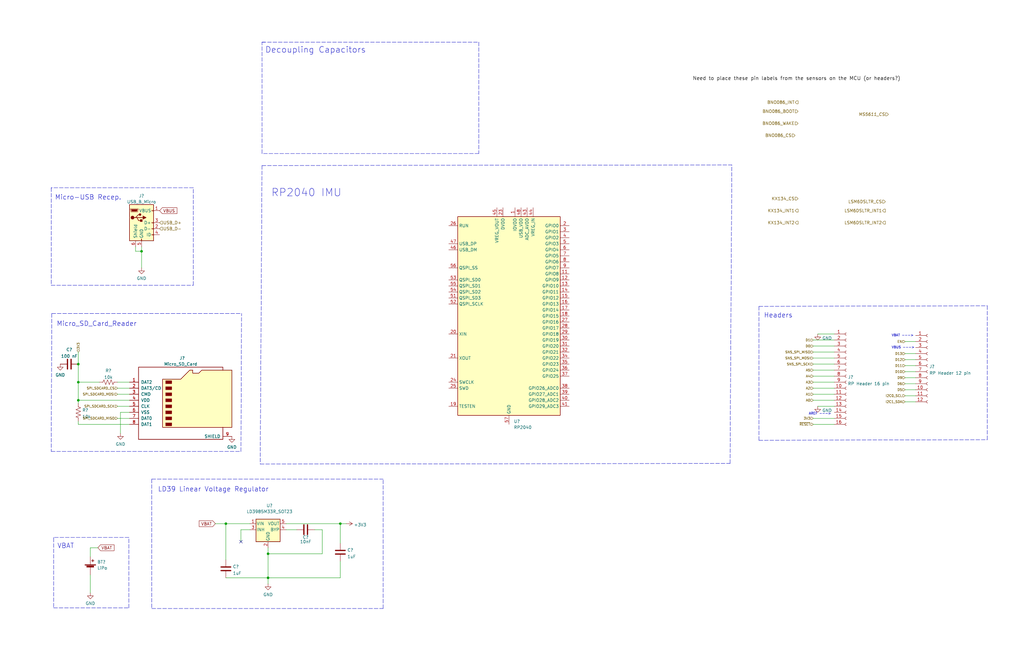
<source format=kicad_sch>
(kicad_sch (version 20211123) (generator eeschema)
  (paper "B")
  (junction (at 534.67 52.07))
  (junction (at 720.09 76.2))
  (junction (at 544.83 128.27))
  (junction (at 704.85 266.7))
  (junction (at 670.56 8.89))
  (junction (at 33.02 153.67))
  (junction (at 549.91 123.19))
  (junction (at 699.77 76.2))
  (junction (at 702.31 266.7))
  (junction (at 717.55 271.78))
  (junction (at 690.88 -5.08))
  (junction (at 623.57 35.56))
  (junction (at 709.93 266.7))
  (junction (at 702.31 76.2))
  (junction (at 880.11 167.64))
  (junction (at 680.72 -5.08))
  (junction (at 745.49 1.27))
  (junction (at 880.11 152.4))
  (junction (at 680.72 8.89))
  (junction (at 660.4 -5.08))
  (junction (at 697.23 76.2))
  (junction (at 609.6 -3.81))
  (junction (at 33.02 161.29))
  (junction (at 524.51 215.9))
  (junction (at 623.57 8.89))
  (junction (at 623.57 -3.81))
  (junction (at 867.41 78.74))
  (junction (at 861.06 82.55))
  (junction (at 650.24 -5.08))
  (junction (at 722.63 76.2))
  (junction (at 861.06 78.74))
  (junction (at 803.91 7.62))
  (junction (at 623.57 22.86))
  (junction (at 33.02 168.91))
  (junction (at 711.2 -5.08))
  (junction (at 712.47 266.7))
  (junction (at 697.23 266.7))
  (junction (at 803.91 2.54))
  (junction (at 709.93 76.2))
  (junction (at 143.51 220.98))
  (junction (at 701.04 8.89))
  (junction (at 699.77 266.7))
  (junction (at 707.39 266.7))
  (junction (at 670.56 -5.08))
  (junction (at 614.68 22.86))
  (junction (at 701.04 -5.08))
  (junction (at 803.91 -2.54))
  (junction (at 694.69 266.7))
  (junction (at 765.81 15.24))
  (junction (at 704.85 76.2))
  (junction (at 755.65 1.27))
  (junction (at 660.4 8.89))
  (junction (at 523.24 147.32))
  (junction (at 755.65 15.24))
  (junction (at 880.11 160.02))
  (junction (at 711.2 8.89))
  (junction (at 707.39 76.2))
  (junction (at 720.09 8.89))
  (junction (at 878.84 86.36))
  (junction (at 59.69 106.045))
  (junction (at 549.91 146.05))
  (junction (at 614.68 -3.81))
  (junction (at 113.03 243.84))
  (junction (at 113.03 233.68))
  (junction (at 690.88 8.89))
  (junction (at 544.83 140.97))
  (junction (at 571.5 107.95))
  (junction (at 95.25 220.98))
  (no_connect (at 850.9 92.71))
  (no_connect (at 671.83 104.14))
  (no_connect (at 735.33 251.46))
  (no_connect (at 671.83 114.3))
  (no_connect (at 671.83 152.4))
  (no_connect (at 671.83 139.7))
  (no_connect (at 735.33 243.84))
  (no_connect (at 694.69 81.28))
  (no_connect (at 735.33 101.6))
  (no_connect (at 671.83 142.24))
  (no_connect (at 735.33 187.96))
  (no_connect (at 735.33 170.18))
  (no_connect (at 735.33 241.3))
  (no_connect (at 735.33 162.56))
  (no_connect (at 538.48 135.89))
  (no_connect (at 850.9 110.49))
  (no_connect (at 581.66 146.05))
  (no_connect (at 671.83 205.74))
  (no_connect (at 101.6 228.6))
  (no_connect (at 735.33 165.1))
  (no_connect (at 671.83 101.6))
  (no_connect (at 735.33 185.42))
  (no_connect (at 735.33 167.64))
  (no_connect (at 735.33 134.62))
  (no_connect (at 671.83 132.08))
  (no_connect (at 581.66 140.97))
  (no_connect (at 671.83 213.36))
  (no_connect (at 735.33 106.68))
  (no_connect (at 671.83 203.2))
  (no_connect (at 671.83 193.04))
  (no_connect (at 671.83 111.76))
  (no_connect (at 671.83 109.22))
  (no_connect (at 538.48 138.43))
  (no_connect (at 735.33 104.14))
  (no_connect (at 671.83 208.28))
  (no_connect (at 671.83 198.12))
  (no_connect (at 671.83 210.82))
  (no_connect (at 671.83 200.66))
  (no_connect (at 671.83 154.94))
  (no_connect (at 735.33 238.76))
  (no_connect (at 671.83 106.68))
  (no_connect (at 735.33 132.08))
  (no_connect (at 735.33 99.06))
  (no_connect (at 671.83 162.56))
  (wire (pts (xy 864.87 247.65) (xy 868.68 247.65)))
  (polyline (pts (xy 509.27 227.33) (xy 509.27 251.46)))
  (wire (pts (xy 90.805 220.98) (xy 95.25 220.98)))
  (wire (pts (xy 880.11 144.78) (xy 880.11 152.4)))
  (polyline (pts (xy 836.93 67.31) (xy 836.93 130.81)))
  (polyline (pts (xy 812.8 15.24) (xy 812.8 -17.78)))
  (wire (pts (xy 549.91 146.05) (xy 561.34 146.05)))
  (wire (pts (xy 538.48 115.57) (xy 554.99 115.57)))
  (wire (pts (xy 523.24 147.32) (xy 523.24 148.59)))
  (polyline (pts (xy 836.93 292.1) (xy 883.92 292.1)))
  (wire (pts (xy 864.87 270.51) (xy 868.68 270.51)))
  (wire (pts (xy 910.59 219.71) (xy 913.13 219.71)))
  (wire (pts (xy 521.97 213.36) (xy 521.97 215.9)))
  (wire (pts (xy 670.56 -5.08) (xy 670.56 -1.27)))
  (wire (pts (xy 342.9 166.37) (xy 351.79 166.37)))
  (wire (pts (xy 666.75 256.54) (xy 671.83 256.54)))
  (wire (pts (xy 650.24 6.35) (xy 650.24 8.89)))
  (wire (pts (xy 143.51 220.98) (xy 146.05 220.98)))
  (wire (pts (xy 864.87 283.21) (xy 868.68 283.21)))
  (wire (pts (xy 650.24 102.87) (xy 650.24 104.14)))
  (wire (pts (xy 701.04 8.89) (xy 711.2 8.89)))
  (wire (pts (xy 717.55 271.78) (xy 717.55 274.32)))
  (polyline (pts (xy 726.44 15.24) (xy 726.44 -17.78)))
  (wire (pts (xy 910.59 222.25) (xy 913.13 222.25)))
  (wire (pts (xy 135.89 223.52) (xy 135.89 233.68)))
  (wire (pts (xy 694.69 266.7) (xy 694.69 267.97)))
  (wire (pts (xy 723.9 283.21) (xy 723.9 281.94)))
  (wire (pts (xy 801.37 2.54) (xy 803.91 2.54)))
  (wire (pts (xy 707.39 76.2) (xy 709.93 76.2)))
  (wire (pts (xy 524.51 215.9) (xy 524.51 218.44)))
  (polyline (pts (xy 883.92 229.87) (xy 883.92 179.07)))
  (wire (pts (xy 120.65 223.52) (xy 125.095 223.52)))
  (wire (pts (xy 666.75 243.84) (xy 671.83 243.84)))
  (wire (pts (xy 735.33 114.3) (xy 740.41 114.3)))
  (wire (pts (xy 864.87 245.11) (xy 868.68 245.11)))
  (wire (pts (xy 702.31 266.7) (xy 702.31 264.16)))
  (wire (pts (xy 910.59 217.17) (xy 913.13 217.17)))
  (wire (pts (xy 735.33 182.88) (xy 740.41 182.88)))
  (wire (pts (xy 614.68 35.56) (xy 623.57 35.56)))
  (wire (pts (xy 711.2 6.35) (xy 711.2 8.89)))
  (wire (pts (xy 614.68 22.86) (xy 623.57 22.86)))
  (wire (pts (xy 908.05 261.62) (xy 911.86 261.62)))
  (wire (pts (xy 521.97 62.23) (xy 521.97 52.07)))
  (wire (pts (xy 666.75 187.96) (xy 671.83 187.96)))
  (wire (pts (xy 537.21 190.5) (xy 549.91 190.5)))
  (wire (pts (xy 33.02 161.29) (xy 33.02 153.67)))
  (wire (pts (xy 735.33 200.66) (xy 740.41 200.66)))
  (wire (pts (xy 666.75 251.46) (xy 671.83 251.46)))
  (wire (pts (xy 534.67 69.85) (xy 534.67 74.93)))
  (wire (pts (xy 534.67 49.53) (xy 534.67 52.07)))
  (wire (pts (xy 755.65 1.27) (xy 755.65 5.08)))
  (wire (pts (xy 720.09 8.89) (xy 711.2 8.89)))
  (wire (pts (xy 660.4 8.89) (xy 650.24 8.89)))
  (wire (pts (xy 623.57 35.56) (xy 623.57 33.02)))
  (polyline (pts (xy 509.27 88.9) (xy 595.63 88.9)))
  (wire (pts (xy 712.47 72.39) (xy 715.01 72.39)))
  (wire (pts (xy 342.9 151.13) (xy 351.79 151.13)))
  (wire (pts (xy 848.36 107.95) (xy 850.9 107.95)))
  (wire (pts (xy 858.52 87.63) (xy 858.52 82.55)))
  (wire (pts (xy 537.21 198.12) (xy 542.29 198.12)))
  (wire (pts (xy 735.33 124.46) (xy 740.41 124.46)))
  (wire (pts (xy 722.63 76.2) (xy 720.09 76.2)))
  (wire (pts (xy 650.24 -5.08) (xy 660.4 -5.08)))
  (wire (pts (xy 723.9 274.32) (xy 723.9 271.78)))
  (wire (pts (xy 524.51 62.23) (xy 521.97 62.23)))
  (polyline (pts (xy 64.008 256.794) (xy 161.544 256.794)))
  (polyline (pts (xy 730.25 -17.78) (xy 782.32 -17.78)))
  (wire (pts (xy 871.22 167.64) (xy 880.11 167.64)))
  (polyline (pts (xy 934.72 246.38) (xy 887.73 246.38)))
  (polyline (pts (xy 572.77 223.52) (xy 572.77 167.64)))
  (wire (pts (xy 910.59 200.66) (xy 913.13 200.66)))
  (wire (pts (xy 381.635 159.385) (xy 386.08 159.385)))
  (wire (pts (xy 701.04 6.35) (xy 701.04 8.89)))
  (wire (pts (xy 515.62 146.05) (xy 515.62 147.32)))
  (wire (pts (xy 33.02 168.91) (xy 33.02 161.29)))
  (wire (pts (xy 910.59 227.33) (xy 913.13 227.33)))
  (polyline (pts (xy 109.728 195.834) (xy 307.848 195.58)))
  (wire (pts (xy 666.75 195.58) (xy 671.83 195.58)))
  (wire (pts (xy 342.9 143.51) (xy 351.79 143.51)))
  (wire (pts (xy 113.03 243.84) (xy 113.03 246.38)))
  (polyline (pts (xy 730.25 -17.78) (xy 730.25 22.86)))
  (polyline (pts (xy 883.92 175.26) (xy 883.92 134.62)))
  (wire (pts (xy 735.33 93.98) (xy 740.41 93.98)))
  (wire (pts (xy 614.68 6.35) (xy 614.68 8.89)))
  (wire (pts (xy 41.275 231.14) (xy 38.1 231.14)))
  (polyline (pts (xy 934.72 229.87) (xy 934.72 184.15)))
  (wire (pts (xy 848.36 105.41) (xy 850.9 105.41)))
  (polyline (pts (xy 54.356 256.54) (xy 54.356 226.822)))
  (wire (pts (xy 143.51 243.84) (xy 113.03 243.84)))
  (wire (pts (xy 745.49 1.27) (xy 755.65 1.27)))
  (polyline (pts (xy 836.93 229.87) (xy 883.92 229.87)))
  (wire (pts (xy 709.93 76.2) (xy 712.47 76.2)))
  (wire (pts (xy 803.91 2.54) (xy 803.91 7.62)))
  (polyline (pts (xy 320.04 185.801) (xy 416.306 185.547)))
  (wire (pts (xy 344.805 171.45) (xy 351.79 171.45)))
  (wire (pts (xy 859.79 205.74) (xy 862.33 205.74)))
  (wire (pts (xy 694.69 266.7) (xy 694.69 264.16)))
  (polyline (pts (xy 730.25 22.86) (xy 782.32 22.86)))
  (wire (pts (xy 702.31 266.7) (xy 704.85 266.7)))
  (wire (pts (xy 908.05 264.16) (xy 911.86 264.16)))
  (polyline (pts (xy 883.92 252.73) (xy 883.92 233.68)))
  (wire (pts (xy 697.23 266.7) (xy 697.23 264.16)))
  (wire (pts (xy 876.3 105.41) (xy 883.92 105.41)))
  (wire (pts (xy 571.5 107.95) (xy 585.47 107.95)))
  (wire (pts (xy 524.51 242.57) (xy 527.05 242.57)))
  (polyline (pts (xy 642.62 -17.78) (xy 642.62 44.45)))
  (wire (pts (xy 715.01 266.7) (xy 715.01 264.16)))
  (wire (pts (xy 614.68 -3.81) (xy 623.57 -3.81)))
  (wire (pts (xy 342.9 153.67) (xy 351.79 153.67)))
  (polyline (pts (xy 786.13 -17.78) (xy 812.8 -17.78)))
  (wire (pts (xy 598.17 -3.81) (xy 594.36 -3.81)))
  (polyline (pts (xy 21.59 120.396) (xy 81.534 120.396)))
  (wire (pts (xy 650.24 -6.35) (xy 650.24 -5.08)))
  (wire (pts (xy 650.24 -5.08) (xy 650.24 -1.27)))
  (wire (pts (xy 95.25 220.98) (xy 95.25 236.22)))
  (wire (pts (xy 538.48 125.73) (xy 544.83 125.73)))
  (polyline (pts (xy 110.49 17.78) (xy 111.76 17.78)))
  (wire (pts (xy 861.06 78.74) (xy 867.41 78.74)))
  (wire (pts (xy 720.09 265.43) (xy 720.09 264.16)))
  (wire (pts (xy 666.75 167.64) (xy 671.83 167.64)))
  (wire (pts (xy 735.33 157.48) (xy 740.41 157.48)))
  (polyline (pts (xy 836.93 67.31) (xy 895.35 67.31)))
  (wire (pts (xy 666.75 241.3) (xy 671.83 241.3)))
  (wire (pts (xy 735.33 203.2) (xy 740.41 203.2)))
  (polyline (pts (xy 22.606 256.54) (xy 54.356 256.54)))
  (polyline (pts (xy 768.35 57.15) (xy 768.35 290.83)))
  (polyline (pts (xy 836.93 179.07) (xy 883.92 179.07)))
  (wire (pts (xy 861.06 77.47) (xy 861.06 78.74)))
  (wire (pts (xy 735.33 116.84) (xy 740.41 116.84)))
  (wire (pts (xy 49.53 171.45) (xy 54.61 171.45)))
  (wire (pts (xy 342.9 163.83) (xy 351.79 163.83)))
  (polyline (pts (xy 161.544 256.794) (xy 161.544 202.184)))
  (wire (pts (xy 722.63 81.28) (xy 722.63 76.2)))
  (wire (pts (xy 666.75 157.48) (xy 671.83 157.48)))
  (wire (pts (xy 666.75 160.02) (xy 671.83 160.02)))
  (wire (pts (xy 735.33 198.12) (xy 740.41 198.12)))
  (polyline (pts (xy 110.49 17.78) (xy 201.93 17.78)))
  (wire (pts (xy 101.6 223.52) (xy 101.6 228.6)))
  (wire (pts (xy 849.63 160.02) (xy 855.98 160.02)))
  (wire (pts (xy 702.31 76.2) (xy 704.85 76.2)))
  (wire (pts (xy 745.49 1.27) (xy 745.49 5.08)))
  (wire (pts (xy 49.53 163.83) (xy 54.61 163.83)))
  (wire (pts (xy 880.11 167.64) (xy 880.11 170.18)))
  (wire (pts (xy 605.79 -3.81) (xy 609.6 -3.81)))
  (wire (pts (xy 342.9 146.05) (xy 351.79 146.05)))
  (wire (pts (xy 866.14 266.7) (xy 866.14 267.97)))
  (polyline (pts (xy 509.27 223.52) (xy 572.77 223.52)))
  (wire (pts (xy 537.21 200.66) (xy 542.29 200.66)))
  (polyline (pts (xy 201.93 64.77) (xy 110.49 64.77)))
  (wire (pts (xy 704.85 76.2) (xy 704.85 81.28)))
  (wire (pts (xy 699.77 266.7) (xy 702.31 266.7)))
  (wire (pts (xy 562.61 113.03) (xy 562.61 118.11)))
  (wire (pts (xy 735.33 195.58) (xy 740.41 195.58)))
  (polyline (pts (xy 81.534 120.396) (xy 81.534 79.248)))
  (wire (pts (xy 614.68 33.02) (xy 614.68 35.56)))
  (wire (pts (xy 735.33 111.76) (xy 740.41 111.76)))
  (wire (pts (xy 666.75 96.52) (xy 671.83 96.52)))
  (wire (pts (xy 745.49 -1.27) (xy 745.49 1.27)))
  (wire (pts (xy 717.55 76.2) (xy 720.09 76.2)))
  (wire (pts (xy 670.56 8.89) (xy 680.72 8.89)))
  (wire (pts (xy 701.04 -5.08) (xy 711.2 -5.08)))
  (wire (pts (xy 666.75 185.42) (xy 671.83 185.42)))
  (polyline (pts (xy 923.29 276.86) (xy 923.29 250.19)))
  (wire (pts (xy 735.33 152.4) (xy 740.41 152.4)))
  (wire (pts (xy 680.72 -5.08) (xy 680.72 -1.27)))
  (wire (pts (xy 735.33 220.98) (xy 740.41 220.98)))
  (wire (pts (xy 864.87 278.13) (xy 868.68 278.13)))
  (wire (pts (xy 735.33 193.04) (xy 740.41 193.04)))
  (wire (pts (xy 381.635 164.465) (xy 386.08 164.465)))
  (polyline (pts (xy 646.43 -17.78) (xy 646.43 15.24)))
  (polyline (pts (xy 21.844 132.334) (xy 101.854 132.334)))
  (wire (pts (xy 735.33 121.92) (xy 740.41 121.92)))
  (wire (pts (xy 623.57 -3.81) (xy 626.11 -3.81)))
  (wire (pts (xy 859.79 203.2) (xy 862.33 203.2)))
  (wire (pts (xy 650.24 93.98) (xy 671.83 93.98)))
  (polyline (pts (xy 887.73 184.15) (xy 887.73 229.87)))
  (wire (pts (xy 549.91 123.19) (xy 549.91 146.05)))
  (wire (pts (xy 712.47 266.7) (xy 712.47 264.16)))
  (wire (pts (xy 908.05 259.08) (xy 911.86 259.08)))
  (wire (pts (xy 666.75 223.52) (xy 671.83 223.52)))
  (wire (pts (xy 381.635 156.845) (xy 386.08 156.845)))
  (polyline (pts (xy 509.27 251.46) (xy 546.1 251.46)))
  (wire (pts (xy 755.65 15.24) (xy 765.81 15.24)))
  (wire (pts (xy 660.4 -5.08) (xy 660.4 -1.27)))
  (polyline (pts (xy 22.606 227.076) (xy 22.606 256.54)))
  (wire (pts (xy 549.91 146.05) (xy 549.91 153.67)))
  (polyline (pts (xy 836.93 179.07) (xy 836.93 229.87)))
  (wire (pts (xy 538.48 107.95) (xy 571.5 107.95)))
  (polyline (pts (xy 585.47 -17.78) (xy 585.47 44.45)))
  (polyline (pts (xy 836.93 233.68) (xy 883.92 233.68)))
  (wire (pts (xy 143.51 236.855) (xy 143.51 243.84)))
  (wire (pts (xy 666.75 144.78) (xy 671.83 144.78)))
  (wire (pts (xy 699.77 76.2) (xy 702.31 76.2)))
  (wire (pts (xy 863.6 123.19) (xy 863.6 125.73)))
  (wire (pts (xy 666.75 88.9) (xy 671.83 88.9)))
  (polyline (pts (xy 21.59 79.248) (xy 21.59 79.502)))
  (wire (pts (xy 538.48 128.27) (xy 544.83 128.27)))
  (wire (pts (xy 735.33 205.74) (xy 740.41 205.74)))
  (polyline (pts (xy 81.534 79.248) (xy 21.59 79.248)))
  (polyline (pts (xy 21.59 79.248) (xy 21.59 120.396)))
  (wire (pts (xy 609.6 -3.81) (xy 609.6 22.86)))
  (polyline (pts (xy 782.32 22.86) (xy 782.32 -17.78)))
  (wire (pts (xy 864.87 280.67) (xy 868.68 280.67)))
  (wire (pts (xy 735.33 142.24) (xy 740.41 142.24)))
  (polyline (pts (xy 320.04 129.286) (xy 320.04 185.801)))
  (wire (pts (xy 709.93 76.2) (xy 709.93 81.28)))
  (wire (pts (xy 49.53 161.29) (xy 54.61 161.29)))
  (wire (pts (xy 59.69 104.14) (xy 59.69 106.045)))
  (wire (pts (xy 735.33 109.22) (xy 740.41 109.22)))
  (polyline (pts (xy 836.93 255.27) (xy 883.92 255.27)))
  (polyline (pts (xy 416.306 185.547) (xy 416.306 129.032)))
  (wire (pts (xy 666.75 129.54) (xy 671.83 129.54)))
  (polyline (pts (xy 110.49 64.77) (xy 110.49 17.78)))
  (wire (pts (xy 697.23 266.7) (xy 699.77 266.7)))
  (wire (pts (xy 735.33 256.54) (xy 740.41 256.54)))
  (wire (pts (xy 735.33 248.92) (xy 740.41 248.92)))
  (wire (pts (xy 908.05 269.24) (xy 911.86 269.24)))
  (wire (pts (xy 867.41 78.74) (xy 881.38 78.74)))
  (wire (pts (xy 859.79 213.36) (xy 862.33 213.36)))
  (wire (pts (xy 544.83 128.27) (xy 544.83 140.97)))
  (wire (pts (xy 571.5 153.67) (xy 571.5 156.21)))
  (polyline (pts (xy 54.356 226.822) (xy 22.606 226.822)))
  (wire (pts (xy 650.24 95.25) (xy 650.24 93.98)))
  (wire (pts (xy 910.59 224.79) (xy 913.13 224.79)))
  (wire (pts (xy 381.635 167.005) (xy 386.08 167.005)))
  (polyline (pts (xy 21.844 132.334) (xy 21.59 190.5)))
  (polyline (pts (xy 568.96 36.83) (xy 568.96 85.09)))
  (wire (pts (xy 858.52 187.96) (xy 862.33 187.96)))
  (wire (pts (xy 910.59 214.63) (xy 913.13 214.63)))
  (wire (pts (xy 50.8 173.99) (xy 54.61 173.99)))
  (wire (pts (xy 537.21 195.58) (xy 542.29 195.58)))
  (wire (pts (xy 666.75 228.6) (xy 671.83 228.6)))
  (wire (pts (xy 54.61 179.07) (xy 33.02 179.07)))
  (wire (pts (xy 609.6 22.86) (xy 614.68 22.86)))
  (wire (pts (xy 59.69 106.045) (xy 59.69 113.03)))
  (wire (pts (xy 549.91 203.2) (xy 554.99 203.2)))
  (wire (pts (xy 143.51 220.98) (xy 143.51 229.235)))
  (wire (pts (xy 735.33 137.16) (xy 740.41 137.16)))
  (wire (pts (xy 735.33 228.6) (xy 740.41 228.6)))
  (wire (pts (xy 876.3 115.57) (xy 883.92 115.57)))
  (wire (pts (xy 735.33 254) (xy 740.41 254)))
  (wire (pts (xy 666.75 226.06) (xy 671.83 226.06)))
  (wire (pts (xy 849.63 144.78) (xy 855.98 144.78)))
  (wire (pts (xy 697.23 74.93) (xy 697.23 76.2)))
  (wire (pts (xy 690.88 6.35) (xy 690.88 8.89)))
  (wire (pts (xy 861.06 78.74) (xy 861.06 82.55)))
  (wire (pts (xy 722.63 74.93) (xy 722.63 76.2)))
  (wire (pts (xy 715.01 72.39) (xy 715.01 81.28)))
  (wire (pts (xy 859.79 215.9) (xy 862.33 215.9)))
  (wire (pts (xy 717.55 264.16) (xy 717.55 271.78)))
  (wire (pts (xy 876.3 92.71) (xy 883.92 92.71)))
  (wire (pts (xy 666.75 254) (xy 671.83 254)))
  (polyline (pts (xy 836.93 233.68) (xy 836.93 252.73)))
  (wire (pts (xy 707.39 266.7) (xy 709.93 266.7)))
  (wire (pts (xy 864.87 273.05) (xy 868.68 273.05)))
  (wire (pts (xy 699.77 266.7) (xy 699.77 264.16)))
  (wire (pts (xy 910.59 195.58) (xy 913.13 195.58)))
  (wire (pts (xy 344.805 140.97) (xy 351.79 140.97)))
  (wire (pts (xy 717.55 76.2) (xy 717.55 81.28)))
  (wire (pts (xy 660.4 6.35) (xy 660.4 8.89)))
  (wire (pts (xy 105.41 223.52) (xy 101.6 223.52)))
  (wire (pts (xy 538.48 123.19) (xy 549.91 123.19)))
  (wire (pts (xy 614.68 8.89) (xy 623.57 8.89)))
  (wire (pts (xy 549.91 120.65) (xy 549.91 123.19)))
  (wire (pts (xy 864.87 242.57) (xy 868.68 242.57)))
  (polyline (pts (xy 509.27 167.64) (xy 509.27 223.52)))
  (wire (pts (xy 859.79 223.52) (xy 862.33 223.52)))
  (wire (pts (xy 538.48 120.65) (xy 549.91 120.65)))
  (wire (pts (xy 57.15 106.045) (xy 59.69 106.045)))
  (wire (pts (xy 864.87 275.59) (xy 868.68 275.59)))
  (wire (pts (xy 866.14 267.97) (xy 868.68 267.97)))
  (wire (pts (xy 524.51 237.49) (xy 527.05 237.49)))
  (wire (pts (xy 524.51 180.34) (xy 524.51 182.88)))
  (wire (pts (xy 735.33 160.02) (xy 740.41 160.02)))
  (wire (pts (xy 848.36 113.03) (xy 850.9 113.03)))
  (wire (pts (xy 910.59 208.28) (xy 913.13 208.28)))
  (wire (pts (xy 735.33 236.22) (xy 740.41 236.22)))
  (wire (pts (xy 33.02 168.91) (xy 33.02 170.18)))
  (wire (pts (xy 720.09 8.89) (xy 720.09 10.16)))
  (wire (pts (xy 534.67 52.07) (xy 534.67 54.61)))
  (wire (pts (xy 735.33 231.14) (xy 740.41 231.14)))
  (wire (pts (xy 848.36 97.79) (xy 850.9 97.79)))
  (wire (pts (xy 105.41 220.98) (xy 95.25 220.98)))
  (wire (pts (xy 614.68 22.86) (xy 614.68 25.4)))
  (polyline (pts (xy 642.62 -17.78) (xy 585.47 -17.78)))
  (wire (pts (xy 537.21 203.2) (xy 542.29 203.2)))
  (wire (pts (xy 735.33 226.06) (xy 740.41 226.06)))
  (wire (pts (xy 712.47 76.2) (xy 712.47 81.28)))
  (polyline (pts (xy 934.72 233.68) (xy 934.72 246.38)))
  (wire (pts (xy 594.36 -7.62) (xy 594.36 -3.81)))
  (wire (pts (xy 871.22 152.4) (xy 880.11 152.4)))
  (wire (pts (xy 735.33 180.34) (xy 740.41 180.34)))
  (polyline (pts (xy 201.93 17.78) (xy 201.93 64.77)))
  (wire (pts (xy 544.83 140.97) (xy 544.83 156.21)))
  (wire (pts (xy 38.1 231.14) (xy 38.1 234.95)))
  (wire (pts (xy 801.37 -7.62) (xy 803.91 -7.62)))
  (wire (pts (xy 680.72 6.35) (xy 680.72 8.89)))
  (wire (pts (xy 876.3 100.33) (xy 883.92 100.33)))
  (wire (pts (xy 910.59 210.82) (xy 913.13 210.82)))
  (wire (pts (xy 735.33 246.38) (xy 740.41 246.38)))
  (wire (pts (xy 859.79 210.82) (xy 862.33 210.82)))
  (polyline (pts (xy 836.93 175.26) (xy 883.92 175.26)))
  (wire (pts (xy 910.59 193.04) (xy 913.13 193.04)))
  (wire (pts (xy 735.33 233.68) (xy 740.41 233.68)))
  (wire (pts (xy 735.33 88.9) (xy 740.41 88.9)))
  (wire (pts (xy 866.14 285.75) (xy 868.68 285.75)))
  (wire (pts (xy 745.49 12.7) (xy 745.49 15.24)))
  (wire (pts (xy 859.79 226.06) (xy 862.33 226.06)))
  (wire (pts (xy 765.81 15.24) (xy 765.81 17.78)))
  (wire (pts (xy 735.33 127) (xy 740.41 127)))
  (wire (pts (xy 859.79 200.66) (xy 862.33 200.66)))
  (wire (pts (xy 666.75 182.88) (xy 671.83 182.88)))
  (polyline (pts (xy 320.04 129.286) (xy 416.306 129.032)))
  (polyline (pts (xy 21.59 190.5) (xy 101.6 190.5)))
  (wire (pts (xy 735.33 213.36) (xy 740.41 213.36)))
  (polyline (pts (xy 585.47 44.45) (xy 642.62 44.45)))
  (polyline (pts (xy 509.27 227.33) (xy 546.1 227.33)))
  (wire (pts (xy 735.33 96.52) (xy 740.41 96.52)))
  (wire (pts (xy 876.3 107.95) (xy 883.92 107.95)))
  (polyline (pts (xy 509.27 36.83) (xy 568.96 36.83)))
  (polyline (pts (xy 895.35 130.81) (xy 895.35 67.31)))
  (wire (pts (xy 735.33 119.38) (xy 740.41 119.38)))
  (wire (pts (xy 735.33 147.32) (xy 740.41 147.32)))
  (wire (pts (xy 720.09 6.35) (xy 720.09 8.89)))
  (polyline (pts (xy 786.13 -17.78) (xy 786.13 15.24)))
  (polyline (pts (xy 307.848 195.58) (xy 308.61 69.596)))
  (wire (pts (xy 876.3 113.03) (xy 883.92 113.03)))
  (wire (pts (xy 690.88 8.89) (xy 701.04 8.89)))
  (wire (pts (xy 342.9 148.59) (xy 351.79 148.59)))
  (wire (pts (xy 755.65 1.27) (xy 765.81 1.27)))
  (polyline (pts (xy 646.43 -17.78) (xy 726.44 -17.78)))
  (wire (pts (xy 910.59 205.74) (xy 913.13 205.74)))
  (wire (pts (xy 381.635 151.765) (xy 386.08 151.765)))
  (wire (pts (xy 690.88 -5.08) (xy 690.88 -1.27)))
  (wire (pts (xy 381.635 161.925) (xy 386.08 161.925)))
  (polyline (pts (xy 546.1 251.46) (xy 546.1 227.33)))
  (polyline (pts (xy 836.93 134.62) (xy 836.93 175.26)))
  (wire (pts (xy 33.02 161.29) (xy 41.91 161.29)))
  (polyline (pts (xy 509.27 88.9) (xy 509.27 163.83)))
  (wire (pts (xy 694.69 266.7) (xy 697.23 266.7)))
  (wire (pts (xy 381.635 154.305) (xy 386.08 154.305)))
  (wire (pts (xy 544.83 140.97) (xy 561.34 140.97)))
  (wire (pts (xy 803.91 -2.54) (xy 803.91 2.54)))
  (wire (pts (xy 120.65 220.98) (xy 143.51 220.98)))
  (wire (pts (xy 381.635 144.145) (xy 386.08 144.145)))
  (polyline (pts (xy 887.73 229.87) (xy 934.72 229.87)))
  (wire (pts (xy 342.9 158.75) (xy 351.79 158.75)))
  (wire (pts (xy 544.83 156.21) (xy 546.1 156.21)))
  (wire (pts (xy 735.33 149.86) (xy 740.41 149.86)))
  (wire (pts (xy 554.99 115.57) (xy 554.99 118.11)))
  (wire (pts (xy 544.83 62.23) (xy 549.91 62.23)))
  (wire (pts (xy 95.25 243.84) (xy 113.03 243.84)))
  (wire (pts (xy 666.75 190.5) (xy 671.83 190.5)))
  (wire (pts (xy 690.88 -5.08) (xy 701.04 -5.08)))
  (polyline (pts (xy 110.49 69.85) (xy 308.61 69.596)))
  (wire (pts (xy 549.91 153.67) (xy 551.18 153.67)))
  (wire (pts (xy 848.36 100.33) (xy 850.9 100.33)))
  (wire (pts (xy 50.8 182.88) (xy 50.8 173.99)))
  (wire (pts (xy 527.05 242.57) (xy 527.05 245.11)))
  (polyline (pts (xy 887.73 233.68) (xy 887.73 246.38)))
  (wire (pts (xy 876.3 110.49) (xy 883.92 110.49)))
  (wire (pts (xy 381.635 169.545) (xy 386.08 169.545)))
  (wire (pts (xy 858.52 193.04) (xy 862.33 193.04)))
  (polyline (pts (xy 101.6 190.5) (xy 101.854 132.334)))
  (polyline (pts (xy 595.63 163.83) (xy 595.63 88.9)))
  (polyline (pts (xy 883.92 292.1) (xy 883.92 255.27)))
  (wire (pts (xy 521.97 215.9) (xy 524.51 215.9)))
  (wire (pts (xy 623.57 25.4) (xy 623.57 22.86)))
  (wire (pts (xy 666.75 246.38) (xy 671.83 246.38)))
  (wire (pts (xy 735.33 175.26) (xy 740.41 175.26)))
  (wire (pts (xy 666.75 236.22) (xy 671.83 236.22)))
  (wire (pts (xy 735.33 144.78) (xy 740.41 144.78)))
  (wire (pts (xy 666.75 165.1) (xy 671.83 165.1)))
  (wire (pts (xy 544.83 125.73) (xy 544.83 128.27)))
  (polyline (pts (xy 836.93 130.81) (xy 895.35 130.81)))
  (wire (pts (xy 666.75 149.86) (xy 671.83 149.86)))
  (wire (pts (xy 132.715 223.52) (xy 135.89 223.52)))
  (wire (pts (xy 720.09 76.2) (xy 720.09 81.28)))
  (wire (pts (xy 521.97 52.07) (xy 534.67 52.07)))
  (wire (pts (xy 735.33 139.7) (xy 740.41 139.7)))
  (wire (pts (xy 910.59 203.2) (xy 913.13 203.2)))
  (wire (pts (xy 342.9 168.91) (xy 351.79 168.91)))
  (wire (pts (xy 735.33 210.82) (xy 740.41 210.82)))
  (wire (pts (xy 876.3 102.87) (xy 883.92 102.87)))
  (wire (pts (xy 666.75 180.34) (xy 671.83 180.34)))
  (wire (pts (xy 614.68 -3.81) (xy 614.68 -1.27)))
  (polyline (pts (xy 509.27 167.64) (xy 572.77 167.64)))
  (wire (pts (xy 697.23 76.2) (xy 697.23 81.28)))
  (wire (pts (xy 553.72 185.42) (xy 553.72 184.15)))
  (wire (pts (xy 113.03 233.68) (xy 135.89 233.68)))
  (wire (pts (xy 562.61 125.73) (xy 562.61 127)))
  (wire (pts (xy 523.24 146.05) (xy 523.24 147.32)))
  (wire (pts (xy 704.85 266.7) (xy 704.85 264.16)))
  (polyline (pts (xy 509.27 85.09) (xy 509.27 36.83)))
  (wire (pts (xy 704.85 76.2) (xy 707.39 76.2)))
  (polyline (pts (xy 637.54 57.15) (xy 637.54 290.83)))
  (wire (pts (xy 735.33 218.44) (xy 740.41 218.44)))
  (polyline (pts (xy 768.35 290.83) (xy 637.54 290.83)))
  (wire (pts (xy 33.02 179.07) (xy 33.02 177.8)))
  (wire (pts (xy 38.1 242.57) (xy 38.1 250.19)))
  (wire (pts (xy 701.04 -5.08) (xy 701.04 -1.27)))
  (polyline (pts (xy 836.93 252.73) (xy 883.92 252.73)))
  (wire (pts (xy 660.4 8.89) (xy 670.56 8.89)))
  (wire (pts (xy 515.62 147.32) (xy 523.24 147.32)))
  (wire (pts (xy 849.63 152.4) (xy 855.98 152.4)))
  (polyline (pts (xy 786.13 15.24) (xy 812.8 15.24)))
  (wire (pts (xy 723.9 271.78) (xy 717.55 271.78)))
  (wire (pts (xy 697.23 76.2) (xy 699.77 76.2)))
  (wire (pts (xy 670.56 -5.08) (xy 680.72 -5.08)))
  (wire (pts (xy 623.57 -1.27) (xy 623.57 -3.81)))
  (polyline (pts (xy 836.93 134.62) (xy 883.92 134.62)))
  (wire (pts (xy 709.93 266.7) (xy 712.47 266.7)))
  (wire (pts (xy 666.75 248.92) (xy 671.83 248.92)))
  (wire (pts (xy 623.57 8.89) (xy 623.57 6.35)))
  (wire (pts (xy 666.75 218.44) (xy 671.83 218.44)))
  (wire (pts (xy 623.57 22.86) (xy 626.11 22.86)))
  (wire (pts (xy 666.75 233.68) (xy 671.83 233.68)))
  (wire (pts (xy 553.72 184.15) (xy 554.99 184.15)))
  (polyline (pts (xy 64.008 202.184) (xy 161.544 202.184)))
  (wire (pts (xy 864.87 250.19) (xy 868.68 250.19)))
  (wire (pts (xy 666.75 238.76) (xy 671.83 238.76)))
  (polyline (pts (xy 646.43 15.24) (xy 726.44 15.24)))
  (wire (pts (xy 735.33 154.94) (xy 740.41 154.94)))
  (wire (pts (xy 858.52 82.55) (xy 861.06 82.55)))
  (wire (pts (xy 915.67 243.84) (xy 919.48 243.84)))
  (polyline (pts (xy 887.73 250.19) (xy 923.29 250.19)))
  (wire (pts (xy 666.75 231.14) (xy 671.83 231.14)))
  (wire (pts (xy 711.2 -5.08) (xy 720.09 -5.08)))
  (polyline (pts (xy 509.27 163.83) (xy 595.63 163.83)))
  (wire (pts (xy 666.75 134.62) (xy 671.83 134.62)))
  (polyline (pts (xy 637.54 57.15) (xy 768.35 57.15)))
  (wire (pts (xy 880.11 160.02) (xy 880.11 167.64)))
  (wire (pts (xy 859.79 218.44) (xy 862.33 218.44)))
  (wire (pts (xy 801.37 7.62) (xy 803.91 7.62)))
  (wire (pts (xy 666.75 220.98) (xy 671.83 220.98)))
  (wire (pts (xy 113.03 233.68) (xy 113.03 243.84)))
  (polyline (pts (xy 509.27 85.09) (xy 568.96 85.09)))
  (wire (pts (xy 876.3 97.79) (xy 883.92 97.79)))
  (wire (pts (xy 707.39 76.2) (xy 707.39 81.28)))
  (polyline (pts (xy 836.93 255.27) (xy 836.93 292.1)))
  (wire (pts (xy 49.53 166.37) (xy 54.61 166.37)))
  (wire (pts (xy 553.72 198.12) (xy 554.99 198.12)))
  (wire (pts (xy 666.75 147.32) (xy 671.83 147.32)))
  (wire (pts (xy 666.75 175.26) (xy 671.83 175.26)))
  (wire (pts (xy 735.33 223.52) (xy 740.41 223.52)))
  (wire (pts (xy 666.75 170.18) (xy 671.83 170.18)))
  (polyline (pts (xy 887.73 233.68) (xy 934.72 233.68)))
  (wire (pts (xy 735.33 91.44) (xy 740.41 91.44)))
  (wire (pts (xy 33.02 168.91) (xy 54.61 168.91)))
  (wire (pts (xy 538.48 113.03) (xy 562.61 113.03)))
  (wire (pts (xy 342.9 176.53) (xy 351.79 176.53)))
  (polyline (pts (xy 887.73 276.86) (xy 923.29 276.86)))
  (wire (pts (xy 553.72 195.58) (xy 553.72 198.12)))
  (wire (pts (xy 765.81 12.7) (xy 765.81 15.24)))
  (wire (pts (xy 859.79 198.12) (xy 862.33 198.12)))
  (wire (pts (xy 735.33 190.5) (xy 740.41 190.5)))
  (wire (pts (xy 57.15 104.14) (xy 57.15 106.045)))
  (wire (pts (xy 803.91 -7.62) (xy 803.91 -2.54)))
  (wire (pts (xy 680.72 8.89) (xy 690.88 8.89)))
  (wire (pts (xy 880.11 152.4) (xy 880.11 160.02)))
  (wire (pts (xy 735.33 208.28) (xy 740.41 208.28)))
  (polyline (pts (xy 887.73 250.19) (xy 887.73 276.86)))
  (wire (pts (xy 381.635 149.225) (xy 386.08 149.225)))
  (wire (pts (xy 571.5 107.95) (xy 571.5 133.35)))
  (wire (pts (xy 801.37 -2.54) (xy 803.91 -2.54)))
  (wire (pts (xy 711.2 -5.08) (xy 711.2 -1.27)))
  (wire (pts (xy 524.51 213.36) (xy 524.51 215.9)))
  (wire (pts (xy 660.4 -5.08) (xy 670.56 -5.08)))
  (polyline (pts (xy 22.606 226.822) (xy 22.606 227.076)))
  (wire (pts (xy 803.91 7.62) (xy 803.91 10.16)))
  (polyline (pts (xy 110.49 69.85) (xy 109.728 195.834)))
  (wire (pts (xy 702.31 76.2) (xy 702.31 81.28)))
  (wire (pts (xy 755.65 15.24) (xy 745.49 15.24)))
  (wire (pts (xy 712.47 266.7) (xy 715.01 266.7)))
  (polyline (pts (xy 887.73 184.15) (xy 934.72 184.15)))
  (wire (pts (xy 666.75 177.8) (xy 671.83 177.8)))
  (wire (pts (xy 861.06 82.55) (xy 861.06 87.63)))
  (wire (pts (xy 670.56 6.35) (xy 670.56 8.89)))
  (wire (pts (xy 720.09 -5.08) (xy 720.09 -1.27)))
  (wire (pts (xy 871.22 144.78) (xy 880.11 144.78)))
  (wire (pts (xy 735.33 177.8) (xy 740.41 177.8)))
  (wire (pts (xy 910.59 198.12) (xy 913.13 198.12)))
  (wire (pts (xy 866.14 285.75) (xy 866.14 288.29)))
  (wire (pts (xy 765.81 1.27) (xy 765.81 5.08)))
  (wire (pts (xy 699.77 76.2) (xy 699.77 81.28)))
  (wire (pts (xy 342.9 156.21) (xy 351.79 156.21)))
  (polyline (pts (xy 64.008 202.184) (xy 64.008 256.794)))
  (wire (pts (xy 33.02 148.59) (xy 33.02 153.67)))
  (wire (pts (xy 342.9 161.29) (xy 351.79 161.29)))
  (wire (pts (xy 707.39 266.7) (xy 707.39 264.16)))
  (wire (pts (xy 113.03 231.14) (xy 113.03 233.68)))
  (wire (pts (xy 623.57 35.56) (xy 623.57 36.83)))
  (wire (pts (xy 867.41 86.36) (xy 878.84 86.36)))
  (wire (pts (xy 849.63 167.64) (xy 855.98 167.64)))
  (wire (pts (xy 49.53 176.53) (xy 54.61 176.53)))
  (wire (pts (xy 915.67 241.3) (xy 919.48 241.3)))
  (wire (pts (xy 858.52 190.5) (xy 862.33 190.5)))
  (wire (pts (xy 342.9 179.07) (xy 351.79 179.07)))
  (wire (pts (xy 554.99 125.73) (xy 554.99 127)))
  (wire (pts (xy 878.84 86.36) (xy 881.38 86.36)))
  (wire (pts (xy 704.85 266.7) (xy 707.39 266.7)))
  (wire (pts (xy 680.72 -5.08) (xy 690.88 -5.08)))
  (wire (pts (xy 871.22 160.02) (xy 880.11 160.02)))
  (wire (pts (xy 908.05 266.7) (xy 911.86 266.7)))
  (wire (pts (xy 623.57 8.89) (xy 623.57 10.16)))
  (wire (pts (xy 755.65 12.7) (xy 755.65 15.24)))
  (wire (pts (xy 609.6 -3.81) (xy 614.68 -3.81)))
  (wire (pts (xy 709.93 266.7) (xy 709.93 264.16)))
  (text "Tri-State:\nGND = High-Z\nVDD/NC = On" (at 510.54 83.82 0) (effects (font (size 1.27 1.27) italic) (justify left bottom)))
  (text "Headers" (at 322.072 134.366 0) (effects (font (size 2 2)) (justify left bottom)))
  (text "Would breakout more unused pins\nbut not enough board space." (at 892.81 274.32 0) (effects (font (size 1 1) italic) (justify left bottom)))
  (text "n x VDD = (n x 100nf) + (1 x 4.7uf)" (at 669.29 -11.43 0) (effects (font (size 1.27 1.27) italic) (justify left bottom)))
  (text "RP2040 IMU" (at 114.3 83.312 0) (effects (font (size 3.2004 3.2004)) (justify left bottom)))
  (text "GPIO Breakouts" (at 894.08 255.27 0) (effects (font (size 2 2) (thickness 0.4) bold) (justify left bottom)))
  (text "PWM Breakouts" (at 847.09 238.76 0) (effects (font (size 2 2) (thickness 0.4) bold) (justify left bottom)))
  (text "SD CARD Breakouts" (at 844.55 260.35 0) (effects (font (size 2 2) (thickness 0.4) bold) (justify left bottom)))
  (text "VDD Decoupling Capacitors" (at 666.75 -13.97 0) (effects (font (size 2 2) (thickness 0.4) bold) (justify left bottom)))
  (text "Beeper" (at 521.97 232.41 0) (effects (font (size 2 2) (thickness 0.4) bold) (justify left bottom)))
  (text "AREF --->" (at 340.995 175.26 0) (effects (font (size 1 1)) (justify left bottom)))
  (text "VBAT\n" (at 24.13 231.648 0) (effects (font (size 2 2)) (justify left bottom)))
  (text "VDDIO2 Decoupling Capacitors" (at 732.79 -13.97 0) (effects (font (size 2 2) (thickness 0.4) bold) (justify left bottom)))
  (text "(HSE 40Mhz)" (at 552.45 44.45 180) (effects (font (size 1.27 1.27) italic) (justify right bottom)))
  (text "NAND Flash Memory" (at 850.9 72.39 0) (effects (font (size 2 2) (thickness 0.4) bold) (justify left bottom)))
  (text "VBUS --->" (at 375.92 147.32 0) (effects (font (size 1 1)) (justify left bottom)))
  (text "Sensor Test Points" (at 845.82 184.15 0) (effects (font (size 2 2) (thickness 0.4) bold) (justify left bottom)))
  (text "USB Type C Receptacle (USB 2.0)" (at 525.78 96.52 0) (effects (font (size 2 2) (thickness 0.4) bold) (justify left bottom)))
  (text "FLASH Test Points" (at 896.62 189.23 0) (effects (font (size 2 2) (thickness 0.4) bold) (justify left bottom)))
  (text "(Sink Device)" (at 577.85 99.06 180) (effects (font (size 1.27 1.27) italic) (justify right bottom)))
  (text "VBAT --->" (at 375.92 142.24 0) (effects (font (size 1 1)) (justify left bottom)))
  (text "3M Screws - Grounded" (at 787.4 -11.43 0) (effects (font (size 1.27 1.27) italic) (justify left bottom)))
  (text "VDDA/VREF Decoupling Capacitors" (at 588.01 -13.97 0) (effects (font (size 2 2) (thickness 0.4) bold) (justify left bottom)))
  (text "n = 7 VDD pins" (at 679.45 -8.89 0) (effects (font (size 1.27 1.27) italic) (justify left bottom)))
  (text "LD39 Linear Voltage Regulator\n" (at 66.548 207.772 0) (effects (font (size 2 2)) (justify left bottom)))
  (text "Micro-USB Recep." (at 23.114 84.582 0) (effects (font (size 2 2)) (justify left bottom)))
  (text "OLD MCU REFERENCE " (at 492.76 -24.13 0) (effects (font (size 7 7)) (justify left bottom)))
  (text "Trace Asynchronous SW" (at 572.77 223.52 180) (effects (font (size 1.27 1.27) italic) (justify right bottom)))
  (text "VDDUSB Connected to VDD when not used." (at 723.9 85.09 0) (effects (font (size 1 1) italic) (justify left bottom)))
  (text "Serial Wire Debug" (at 527.05 172.5145 0) (effects (font (size 2 2) (thickness 0.4) bold) (justify left bottom)))
  (text "m x VDDIO2 = (m x 100nf) + (1 x 4.7uf)" (at 735.33 -11.43 0) (effects (font (size 1.27 1.27) italic) (justify left bottom)))
  (text "Decoupling Capacitors\n\n" (at 111.76 26.67 0) (effects (font (size 2.5 2.5)) (justify left bottom)))
  (text "Status LEDs" (at 849.63 139.7 0) (effects (font (size 2 2) (thickness 0.4) bold) (justify left bottom)))
  (text "STM32L4S9ZIJx" (at 701.04 64.77 0) (effects (font (size 1 1) italic) (justify left bottom)))
  (text "m = 2 VDDIO2 pins" (at 745.49 -8.89 0) (effects (font (size 1.27 1.27) italic) (justify left bottom)))
  (text "Micro_SD_Card_Reader" (at 23.876 137.922 0) (effects (font (size 2 2)) (justify left bottom)))
  (text "(ST-Link)" (at 554.99 175.0545 180) (effects (font (size 1.27 1.27) italic) (justify right bottom)))
  (text "TXCO Clock Source" (at 521.97 41.91 0) (effects (font (size 2 2) (thickness 0.4) bold) (justify left bottom)))
  (text "UART MCU Breakouts" (at 895.35 237.49 0) (effects (font (size 2 2) (thickness 0.4) bold) (justify left bottom)))
  (text "Mounting Holes" (at 787.4 -13.97 0) (effects (font (size 2 2) (thickness 0.4) bold) (justify left bottom)))
  (text "Microcontroller" (at 689.61 62.23 0) (effects (font (size 2 2) (thickness 0.4) bold) (justify left bottom)))
  (label "RESERVED_USART1_TX" (at 915.67 241.3 180))
  (label "RESERVED_TIM3_CH1_PWM" (at 666.75 226.06 180))
  (label "LED_BLUE" (at 849.63 167.64 180))
  (label "FMC_ALE" (at 848.36 100.33 180))
  (label "RESERVED_JTDI" (at 740.41 127 0))
  (label "NRST" (at 554.99 198.12 0))
  (label "RESERVED_GPIO_3" (at 908.05 264.16 180))
  (label "LED_ORANGE" (at 740.41 154.94 0))
  (label "RESERVED_TIM3_CH2_PWM" (at 740.41 144.78 0))
  (label "RESERVED_TIM3_CH1_PWM" (at 864.87 247.65 180))
  (label "SWO" (at 740.41 139.7 0))
  (label "FMC_D6" (at 883.92 113.03 0))
  (label "RESERVED_GPIO_4" (at 908.05 266.7 180))
  (label "FMC_D1" (at 740.41 256.54 0))
  (label "RESERVED_TIM3_CH2_PWM" (at 864.87 250.19 180))
  (label "RESERVED_SDMMC1_D2" (at 740.41 200.66 0))
  (label "RESERVED_GPIO_3" (at 666.75 251.46 180))
  (label "RESERVED_SDMMC1_CK" (at 740.41 205.74 0))
  (label "FMC_D2" (at 910.59 198.12 180))
  (label "RESERVED_BOOT0" (at 666.75 134.62 180))
  (label "Need to place these pin labels from the sensors on the MCU (or headers?)" (at 379.73 34.29 180) (effects (font (size 1.5 1.5))))
  (label "FMC_NWAIT" (at 740.41 233.68 0))
  (label "FMC_RE" (at 848.36 107.95 180))
  (label "FMC_D4" (at 666.75 236.22 180))
  (label "SWDIO" (at 542.29 198.12 0))
  (label "RESERVED_GPIO_4" (at 666.75 254 180))
  (label "FMC_CLE" (at 740.41 246.38 0))
  (label "RESERVED_SDMMC1_D3" (at 740.41 203.2 0))
  (label "BUZZER_PWM" (at 740.41 137.16 0) (effects (font italic)))
  (label "SWCLK" (at 740.41 124.46 0))
  (label "RESERVED_SDMMC1_D0" (at 740.41 195.58 0))
  (label "USB_D-" (at 740.41 116.84 0) (effects (font italic)))
  (label "HSE_CLK" (at 666.75 129.54 180))
  (label "FMC_D2" (at 883.92 102.87 0))
  (label "FMC_D7" (at 910.59 210.82 180))
  (label "SWDCLK" (at 542.29 195.58 0))
  (label "RESERVED_USART1_RX" (at 740.41 149.86 0))
  (label "RESERVED_TIM1_CH2_PWM" (at 740.41 111.76 0))
  (label "FMC_D3" (at 740.41 220.98 0))
  (label "RESERVED_USART1_RX" (at 915.67 243.84 180))
  (label "FMC_ALE" (at 740.41 248.92 0))
  (label "LED_RED" (at 849.63 144.78 180))
  (label "FMC_D7" (at 883.92 115.57 0))
  (label "FMC_WE" (at 740.41 231.14 0))
  (label "RESERVED_TIM1_CH2_PWM" (at 864.87 245.11 180))
  (label "RESERVED_SDMMC1_CMD" (at 864.87 273.05 180))
  (label "FMC_D1" (at 910.59 195.58 180))
  (label "VDDA_CAP" (at 626.11 -3.81 0))
  (label "RESERVED_SDMMC1_D0" (at 864.87 275.59 180))
  (label "FMC_D1" (at 883.92 100.33 0))
  (label "FMC_D5" (at 883.92 110.49 0))
  (label "RESERVED_GPIO_2" (at 908.05 261.62 180))
  (label "FMC_D0" (at 883.92 97.79 0))
  (label "FMC_D4" (at 910.59 203.2 180))
  (label "FMC_CE" (at 910.59 219.71 180))
  (label "FLASH_WE" (at 910.59 224.79 180))
  (label "SWO" (at 542.29 200.66 0))
  (label "RESERVED_SDMMC1_CK" (at 864.87 270.51 180))
  (label "RESERVED_TIM1_CH1_PWM" (at 740.41 109.22 0))
  (label "RESERVED_GPIO_5" (at 908.05 269.24 180))
  (label "LED_ORANGE" (at 849.63 152.4 180))
  (label "RESERVED_TIM1_CH1_PWM" (at 864.87 242.57 180))
  (label "LED_RED" (at 666.75 218.44 180))
  (label "RESERVED_GPIO_5" (at 666.75 256.54 180))
  (label "NRST" (at 666.75 88.9 180))
  (label "FMC_D4" (at 883.92 107.95 0))
  (label "FMC_ALE" (at 910.59 217.17 180))
  (label "RESERVED_JTRST" (at 740.41 142.24 0))
  (label "LED_GREEN" (at 849.63 160.02 180))
  (label "SWDIO" (at 740.41 121.92 0))
  (label "FMC_D0" (at 910.59 193.04 180))
  (label "FMC_D3" (at 883.92 105.41 0))
  (label "FMC_CLE" (at 910.59 214.63 180))
  (label "FMC_CE" (at 740.41 236.22 0))
  (label "RESERVED_SDMMC1_D1" (at 864.87 278.13 180))
  (label "RESERVED_SDMMC1_D1" (at 740.41 198.12 0))
  (label "RESERVED_SDMMC1_CMD" (at 740.41 223.52 0))
  (label "RESERVED_SDMMC1_D2" (at 864.87 280.67 180))
  (label "RESERVED_GPIO_1" (at 666.75 246.38 180))
  (label "FMC_D5" (at 666.75 238.76 180))
  (label "FMC_D3" (at 910.59 200.66 180))
  (label "VREF_CAP" (at 666.75 96.52 180))
  (label "RESERVED_JTRST" (at 554.99 184.15 0))
  (label "RESERVED_USART1_TX" (at 740.41 147.32 0))
  (label "FMC_D0" (at 740.41 254 0))
  (label "LED_BLUE" (at 740.41 152.4 0))
  (label "VDDA_CAP" (at 712.47 72.39 180))
  (label "FMC_CE" (at 848.36 105.41 180))
  (label "FMC_D6" (at 910.59 208.28 180))
  (label "RESERVED_SDMMC1_D3" (at 864.87 283.21 180))
  (label "VREF_CAP" (at 626.11 22.86 0))
  (label "LED_GREEN" (at 666.75 187.96 180))
  (label "RESERVED_GPIO_1" (at 908.05 259.08 180))
  (label "FMC_CLE" (at 848.36 97.79 180))
  (label "FMC_RE" (at 740.41 228.6 0))
  (label "USB_D+" (at 740.41 119.38 0) (effects (font italic)))
  (label "FMC_D7" (at 666.75 243.84 180))
  (label "HSE_CLK" (at 549.91 62.23 0))
  (label "FMC_D5" (at 910.59 205.74 180))
  (label "FMC_NWAIT" (at 910.59 227.33 180))
  (label "RESERVED_GPIO_2" (at 666.75 248.92 180))
  (label "BUZZER_PWM" (at 527.05 237.49 0) (effects (font italic)))
  (label "RESERVED_JTDI" (at 554.99 203.2 0))
  (label "FMC_NWAIT" (at 883.92 92.71 0))
  (label "USB_D-" (at 551.18 153.67 0))
  (label "FMC_D6" (at 666.75 241.3 180))
  (label "FMC_RE" (at 910.59 222.25 180))
  (label "USB_D+" (at 546.1 156.21 0))
  (label "FMC_D2" (at 740.41 218.44 0))
  (label "FLASH_WE" (at 848.36 113.03 180))
  (global_label "VBAT" (shape input) (at 41.275 231.14 0) (property "Intersheet References" "${INTERSHEET_REFS}" (effects hide)))
  (global_label "VBUS" (shape input) (at 67.31 88.9 0) (property "Intersheet References" "${INTERSHEET_REFS}" (effects hide)))
  (global_label "VBUS" (shape output) (at 585.47 107.95 0) (property "Intersheet References" "${INTERSHEET_REFS}" (effects hide)))
  (global_label "VBAT" (shape input) (at 90.805 220.98 180) (property "Intersheet References" "${INTERSHEET_REFS}" (effects hide)))
  (hierarchical_label "3V3" (shape input) (at 342.9 176.53 180) (effects (font (size 1 1))))
  (hierarchical_label "LSM9DS1_CS_A{slash}G" (shape output) (at 666.75 170.18 180))
  (hierarchical_label "fire_a" (shape output) (at 740.41 175.26 0))
  (hierarchical_label "TELEM_RST" (shape input) (at 666.75 185.42 180))
  (hierarchical_label "TELEM_SCK" (shape input) (at 740.41 157.48 0))
  (hierarchical_label "SAM-M8Q_EXTINT" (shape output) (at 740.41 193.04 0))
  (hierarchical_label "BNO086_WAKE" (shape input) (at 336.55 52.07 180))
  (hierarchical_label "LSM6DSLTR_INT1" (shape output) (at 373.38 88.9 180))
  (hierarchical_label "SAM-M8Q_SDA" (shape bidirectional) (at 859.79 223.52 180))
  (hierarchical_label "LSM6DSLTR_INT2" (shape output) (at 373.38 93.98 180))
  (hierarchical_label "LSM9DS1_CS_A{slash}G" (shape output) (at 859.79 200.66 180))
  (hierarchical_label "LSM9DS1_INT1_A{slash}G" (shape output) (at 666.75 180.34 180))
  (hierarchical_label "H3LIS331DL_CS" (shape output) (at 859.79 203.2 180))
  (hierarchical_label "D0" (shape input) (at 342.9 146.05 180) (effects (font (size 1 1))))
  (hierarchical_label "TELEM_CS" (shape input) (at 740.41 114.3 0))
  (hierarchical_label "A5" (shape input) (at 342.9 156.21 180) (effects (font (size 1 1))))
  (hierarchical_label "SPI_SDCARD_SCK" (shape input) (at 49.53 171.45 180) (effects (font (size 1 1))))
  (hierarchical_label "D1" (shape input) (at 342.9 143.51 180) (effects (font (size 1 1))))
  (hierarchical_label "~{RESET}" (shape input) (at 342.9 179.07 180) (effects (font (size 1 1))))
  (hierarchical_label "D11" (shape input) (at 381.635 154.305 180) (effects (font (size 1 1))))
  (hierarchical_label "TELEM_SCK" (shape input) (at 859.79 210.82 180))
  (hierarchical_label "fire_c" (shape output) (at 740.41 180.34 0))
  (hierarchical_label "A1" (shape input) (at 342.9 166.37 180) (effects (font (size 1 1))))
  (hierarchical_label "D5" (shape input) (at 381.635 164.465 180) (effects (font (size 1 1))))
  (hierarchical_label "MS5611_CS" (shape input) (at 374.65 48.26 180) (effects (font italic)))
  (hierarchical_label "SNS_MISO" (shape input) (at 858.52 193.04 180))
  (hierarchical_label "LSM6DSLTR_CS" (shape input) (at 373.38 85.09 180))
  (hierarchical_label "TELEM_MOSI" (shape input) (at 859.79 213.36 180))
  (hierarchical_label "A2" (shape input) (at 342.9 163.83 180) (effects (font (size 1 1))))
  (hierarchical_label "SNS_SPI_SCK" (shape input) (at 342.9 153.67 180) (effects (font (size 1 1))))
  (hierarchical_label "SNS_SCK" (shape output) (at 858.52 187.96 180))
  (hierarchical_label "MS5611_CS" (shape output) (at 859.79 205.74 180))
  (hierarchical_label "3V3" (shape input) (at 33.02 148.59 90) (effects (font (size 1 1))))
  (hierarchical_label "TELEM_MISO" (shape input) (at 859.79 215.9 180))
  (hierarchical_label "fire_e" (shape output) (at 740.41 88.9 0))
  (hierarchical_label "SNS_MOSI" (shape output) (at 666.75 149.86 180))
  (hierarchical_label "D10" (shape input) (at 381.635 156.845 180) (effects (font (size 1 1))))
  (hierarchical_label "SAM-M8Q_SCL" (shape output) (at 859.79 226.06 180))
  (hierarchical_label "MCU_TPS2594_GP" (shape input) (at 666.75 190.5 180))
  (hierarchical_label "KX134_INT1" (shape output) (at 336.55 88.9 180))
  (hierarchical_label "SNS_SCK" (shape output) (at 666.75 144.78 180))
  (hierarchical_label "sense_vFlight" (shape input) (at 740.41 93.98 0) (effects (font italic)))
  (hierarchical_label "A0" (shape input) (at 342.9 168.91 180) (effects (font (size 1 1))))
  (hierarchical_label "EN" (shape input) (at 381.635 144.145 180) (effects (font (size 1 1))))
  (hierarchical_label "LSM9DS1_CS_M" (shape output) (at 859.79 198.12 180))
  (hierarchical_label "A4" (shape input) (at 342.9 158.75 180) (effects (font (size 1 1))))
  (hierarchical_label "TELEM_GPIO_3" (shape input) (at 666.75 228.6 180))
  (hierarchical_label "SPI_SDCARD_MOSI" (shape input) (at 49.53 166.37 180) (effects (font (size 1 1))))
  (hierarchical_label "TELEM_MOSI" (shape input) (at 740.41 160.02 0))
  (hierarchical_label "LSM9DS1_CS_M" (shape output) (at 666.75 231.14 180))
  (hierarchical_label "SPI_SDCARD_CS" (shape input) (at 49.53 163.83 180) (effects (font (size 1 1))))
  (hierarchical_label "TELEM_GPIO_1" (shape input) (at 666.75 167.64 180))
  (hierarchical_label "A3" (shape input) (at 342.9 161.29 180) (effects (font (size 1 1))))
  (hierarchical_label "TELEM_MISO" (shape input) (at 740.41 226.06 0))
  (hierarchical_label "sense_vPyro" (shape input) (at 740.41 96.52 0) (effects (font italic)))
  (hierarchical_label "TELEM_GPIO_4" (shape input) (at 740.41 213.36 0))
  (hierarchical_label "LSM9DS1_INT1_M" (shape output) (at 666.75 182.88 180))
  (hierarchical_label "SAM-M8Q_SCL" (shape output) (at 666.75 177.8 180))
  (hierarchical_label "H3LIS331DL_CS" (shape output) (at 666.75 220.98 180))
  (hierarchical_label "I2C0_SCL" (shape input) (at 381.635 167.005 180) (effects (font (size 1 1))))
  (hierarchical_label "TELEM_CS" (shape input) (at 859.79 218.44 180))
  (hierarchical_label "SAM-M8Q_SDA" (shape bidirectional) (at 666.75 175.26 180))
  (hierarchical_label "TELEM_GPIO_2" (shape input) (at 666.75 233.68 180))
  (hierarchical_label "LSM9DS1_DEN_A{slash}G" (shape input) (at 666.75 195.58 180))
  (hierarchical_label "fire_b" (shape output) (at 740.41 177.8 0))
  (hierarchical_label "TELEM_GPIO_5" (shape input) (at 740.41 210.82 0))
  (hierarchical_label "SNS_SPI_MOSI" (shape input) (at 342.9 151.13 180) (effects (font (size 1 1))))
  (hierarchical_label "D9" (shape input) (at 381.635 159.385 180) (effects (font (size 1 1))))
  (hierarchical_label "I2C1_SDA" (shape input) (at 381.635 169.545 180) (effects (font (size 1 1))))
  (hierarchical_label "fire_f" (shape output) (at 740.41 91.44 0))
  (hierarchical_label "BNO086_CS" (shape input) (at 335.28 57.15 180))
  (hierarchical_label "H3LIS331DL_INT2" (shape output) (at 666.75 160.02 180))
  (hierarchical_label "BNO086_BOOT" (shape input) (at 336.55 46.99 180))
  (hierarchical_label "D12" (shape input) (at 381.635 151.765 180) (effects (font (size 1 1))))
  (hierarchical_label "MS5611_CS" (shape output) (at 666.75 223.52 180))
  (hierarchical_label "D6" (shape input) (at 381.635 161.925 180) (effects (font (size 1 1))))
  (hierarchical_label "LSM9DS1_DRDY_M" (shape output) (at 666.75 157.48 180))
  (hierarchical_label "H3LIS331DL_INT1" (shape output) (at 666.75 165.1 180))
  (hierarchical_label "TELEM_INT" (shape input) (at 740.41 190.5 0))
  (hierarchical_label "SNS_SPI_MISO" (shape input) (at 342.9 148.59 180) (effects (font (size 1 1))))
  (hierarchical_label "SNS_MISO" (shape input) (at 666.75 147.32 180))
  (hierarchical_label "LSM9DS1_INT2_A{slash}G" (shape output) (at 740.41 208.28 0))
  (hierarchical_label "BNO086_INT" (shape output) (at 336.55 43.18 180))
  (hierarchical_label "KX134_CS" (shape input) (at 336.55 83.82 180))
  (hierarchical_label "SNS_MOSI" (shape output) (at 858.52 190.5 180))
  (hierarchical_label "SPI_SDCARD_MISO" (shape input) (at 49.53 176.53 180) (effects (font (size 1 1))))
  (hierarchical_label "fire_d" (shape output) (at 740.41 182.88 0))
  (hierarchical_label "USB_D-" (shape input) (at 67.31 96.52 0))
  (hierarchical_label "D13" (shape input) (at 381.635 149.225 180) (effects (font (size 1 1))))
  (hierarchical_label "USB_D+" (shape input) (at 67.31 93.98 0))
  (hierarchical_label "KX134_INT2" (shape output) (at 336.55 93.98 180))
  (symbol (lib_id "Device:C") (at 623.57 2.54 0) (unit 1)
    (property "Reference" "C?" (at 623.57 0 0) (effects (justify left)))
    (property "Value" "10nf" (at 623.57 5.08 0) (effects (justify left)))
    (property "Footprint" "Capacitor_SMD:C_0603_1608Metric" (effects hide))
  )
  (symbol (lib_id "Connector:TestPoint") (at 911.86 266.7 270) (unit 1)
    (property "Reference" "TP?" (at 916.94 266.7 90) (effects (justify left)))
    (property "Value" "TestPoint" (effects hide))
    (property "Footprint" "Connector_PinHeader_1.00mm:PinHeader_1x01_P1.00mm_Vertical" (effects hide))
  )
  (symbol (lib_id "Device:R_US") (at 859.79 152.4 90) (unit 1)
    (property "Reference" "R?" (at 855.98 151.13 90))
    (property "Value" "1k" (at 855.98 153.67 90))
    (property "Footprint" "Resistor_SMD:R_0603_1608Metric" (effects hide))
  )
  (symbol (lib_id "Connector:TestPoint") (at 913.13 198.12 270) (unit 1)
    (property "Reference" "TP?" (at 918.21 198.12 90) (effects (justify left)))
    (property "Value" "TestPoint" (effects hide))
    (property "Footprint" "TestPoint:TestPoint_Pad_D1.0mm" (effects hide))
  )
  (symbol (lib_id "Connector:TestPoint") (at 862.33 187.96 270) (unit 1)
    (property "Reference" "TP?" (at 867.41 187.96 90) (effects (justify left)))
    (property "Value" "TestPoint" (effects hide))
    (property "Footprint" "Connector_PinHeader_1.00mm:PinHeader_1x01_P1.00mm_Vertical" (effects hide))
  )
  (symbol (lib_id "Device:LED") (at 867.41 152.4 180) (unit 1)
    (property "Reference" "D?" (at 863.6 151.13 0))
    (property "Value" "~" (at 863.6 151.13 0))
    (property "Footprint" "LED_SMD:LED_0603_1608Metric" (effects hide))
  )
  (symbol (lib_id "power:GND") (at 720.09 10.16 0) (unit 1)
    (property "Reference" "#PWR?" (effects hide))
    (property "Value" "~" (at 720.09 15.24 0))
  )
  (symbol (lib_id "power:GND") (at 650.24 104.14 0) (unit 1)
    (property "Reference" "#PWR?" (effects hide))
    (property "Value" "GND" (effects hide))
  )
  (symbol (lib_id "Connector:TestPoint") (at 919.48 241.3 270) (unit 1)
    (property "Reference" "TP?" (at 924.56 241.3 90) (effects (justify left)))
    (property "Value" "TestPoint" (effects hide))
    (property "Footprint" "Connector_PinHeader_1.00mm:PinHeader_1x01_P1.00mm_Vertical" (effects hide))
  )
  (symbol (lib_id "Connector:TestPoint") (at 868.68 280.67 270) (unit 1)
    (property "Reference" "TP?" (at 873.76 280.67 90) (effects (justify left)))
    (property "Value" "TestPoint" (effects hide))
    (property "Footprint" "Connector_PinHeader_1.00mm:PinHeader_1x01_P1.00mm_Vertical" (effects hide))
  )
  (symbol (lib_id "power:GNDA") (at 623.57 36.83 0) (unit 1)
    (property "Reference" "#PWR?" (effects hide))
    (property "Value" "GNDA" (at 623.57 41.3925 0))
  )
  (symbol (lib_id "power:+3V3") (at 146.05 220.98 270) (unit 1)
    (property "Reference" "#PWR?" (effects hide))
    (property "Value" "+3V3" (at 149.225 221.459 90) (effects (justify left)))
  )
  (symbol (lib_id "Device:FerriteBead") (at 601.98 -3.81 90) (unit 1)
    (property "Reference" "FB?" (at 601.98 -7.62 90))
    (property "Value" "FerriteBead" (at 601.98 0 90))
    (property "Footprint" "Resistor_SMD:R_0805_2012Metric" (effects hide))
  )
  (symbol (lib_id "power:GND") (at 25.4 153.67 0) (unit 1)
    (property "Reference" "#PWR?" (effects hide))
    (property "Value" "GND" (at 25.4 158.2325 0))
  )
  (symbol (lib_id "Device:Buzzer") (at 521.97 240.03 0) (mirror y) (unit 1)
    (property "Reference" "BZ?" (at 520.7 234.95 0))
    (property "Value" "CMI-1210-5-95T" (at 524.51 248.92 0))
    (property "Footprint" "Buzzer_Beeper:MagneticBuzzer_ProSignal_ABI-010-RC" (effects hide))
    (property "Datasheet" "https://www.mouser.com/datasheet/2/670/cmi_1210_5_95t-2887562.pdf" (effects hide))
  )
  (symbol (lib_id "power:GND") (at 720.09 265.43 0) (unit 1)
    (property "Reference" "#PWR?" (effects hide))
    (property "Value" "GND" (effects hide))
  )
  (symbol (lib_id "power:+3V3") (at 861.06 77.47 0) (unit 1)
    (property "Reference" "#PWR?" (effects hide))
    (property "Value" "+3V3" (at 863.6 73.66 0))
  )
  (symbol (lib_id "Device:C") (at 711.2 2.54 0) (unit 1)
    (property "Reference" "C?" (at 711.2 0 0) (effects (justify left)))
    (property "Value" "10 uF" (at 711.2 5.08 0) (effects (justify left)))
    (property "Footprint" "Capacitor_SMD:C_0603_1608Metric" (effects hide))
  )
  (symbol (lib_id "D24V50F5:C") (at 95.25 240.03 0) (unit 1)
    (property "Reference" "C?" (at 98.171 239.1215 0) (effects (justify left)))
    (property "Value" "1uF" (at 98.171 241.8966 0) (effects (justify left)))
    (property "Footprint" "Capacitor_SMD:C_0805_2012Metric" (effects hide))
  )
  (symbol (lib_id "Connector:TestPoint") (at 862.33 215.9 270) (unit 1)
    (property "Reference" "TP?" (at 867.41 215.9 90) (effects (justify left)))
    (property "Value" "TestPoint" (effects hide))
    (property "Footprint" "Connector_PinHeader_1.00mm:PinHeader_1x01_P1.00mm_Vertical" (effects hide))
  )
  (symbol (lib_id "power:GND") (at 803.91 10.16 0) (unit 1)
    (property "Reference" "#PWR?" (effects hide))
    (property "Value" "GND" (effects hide))
  )
  (symbol (lib_id "D24V50F5:C") (at 143.51 233.045 0) (unit 1)
    (property "Reference" "C?" (at 146.431 232.1365 0) (effects (justify left)))
    (property "Value" "1uF" (at 146.431 234.9116 0) (effects (justify left)))
    (property "Footprint" "Capacitor_SMD:C_0805_2012Metric" (effects hide))
  )
  (symbol (lib_id "Connector:TestPoint") (at 913.13 214.63 270) (unit 1)
    (property "Reference" "TP?" (at 918.21 214.63 90) (effects (justify left)))
    (property "Value" "TestPoint" (effects hide))
    (property "Footprint" "TestPoint:TestPoint_Pad_D1.0mm" (effects hide))
  )
  (symbol (lib_id "D24V50F5:R_US") (at 45.72 161.29 90) (unit 1)
    (property "Reference" "R?" (at 45.72 156.4345 90))
    (property "Value" "10k" (at 45.72 159.2096 90))
    (property "Footprint" "Resistor_SMD:R_0805_2012Metric" (effects hide))
  )
  (symbol (lib_id "Device:R_US") (at 562.61 121.92 0) (unit 1)
    (property "Reference" "R?" (at 563.88 120.65 0) (effects (justify left)))
    (property "Value" "5k1" (at 563.88 123.19 0) (effects (justify left)))
    (property "Footprint" "Resistor_SMD:R_0603_1608Metric" (effects hide))
  )
  (symbol (lib_id "power:GND") (at 113.03 246.38 0) (unit 1)
    (property "Reference" "#PWR?" (effects hide))
    (property "Value" "GND" (at 113.03 250.9425 0))
  )
  (symbol (lib_id "Connector:TestPoint") (at 868.68 245.11 270) (unit 1)
    (property "Reference" "TP?" (at 873.76 245.11 90) (effects (justify left)))
    (property "Value" "TestPoint" (effects hide))
    (property "Footprint" "Connector_PinHeader_1.00mm:PinHeader_1x01_P1.00mm_Vertical" (effects hide))
  )
  (symbol (lib_id "Connector:TestPoint") (at 913.13 208.28 270) (unit 1)
    (property "Reference" "TP?" (at 918.21 208.28 90) (effects (justify left)))
    (property "Value" "TestPoint" (effects hide))
    (property "Footprint" "TestPoint:TestPoint_Pad_D1.0mm" (effects hide))
  )
  (symbol (lib_id "power:GND") (at 878.84 86.36 0) (unit 1)
    (property "Reference" "#PWR?" (effects hide))
    (property "Value" "GND" (at 878.84 90.17 0))
  )
  (symbol (lib_id "Device:R_US") (at 859.79 144.78 90) (unit 1)
    (property "Reference" "R?" (at 855.98 143.51 90))
    (property "Value" "1k" (at 855.98 146.05 90))
    (property "Footprint" "Resistor_SMD:R_0603_1608Metric" (effects hide))
  )
  (symbol (lib_id "power:+3V3") (at 697.23 74.93 0) (unit 1)
    (property "Reference" "#PWR?" (effects hide))
    (property "Value" "+3V3" (at 697.23 71.3255 0))
  )
  (symbol (lib_id "Connector:TestPoint") (at 913.13 224.79 270) (unit 1)
    (property "Reference" "TP?" (at 918.21 224.79 90) (effects (justify left)))
    (property "Value" "TestPoint" (effects hide))
    (property "Footprint" "TestPoint:TestPoint_Pad_D1.0mm" (effects hide))
  )
  (symbol (lib_id "Connector:TestPoint") (at 868.68 285.75 270) (unit 1)
    (property "Reference" "TP?" (at 873.76 285.75 90) (effects (justify left)))
    (property "Value" "TestPoint" (effects hide))
    (property "Footprint" "Connector_PinHeader_1.00mm:PinHeader_1x01_P1.00mm_Vertical" (effects hide))
  )
  (symbol (lib_id "Connector:TestPoint") (at 862.33 210.82 270) (unit 1)
    (property "Reference" "TP?" (at 867.41 210.82 90) (effects (justify left)))
    (property "Value" "TestPoint" (effects hide))
    (property "Footprint" "Connector_PinHeader_1.00mm:PinHeader_1x01_P1.00mm_Vertical" (effects hide))
  )
  (symbol (lib_id "Device:C") (at 701.04 2.54 0) (unit 1)
    (property "Reference" "C?" (at 701.04 0 0) (effects (justify left)))
    (property "Value" "100 nF" (at 701.04 5.08 0) (effects (justify left)))
    (property "Footprint" "Capacitor_SMD:C_0603_1608Metric" (effects hide))
  )
  (symbol (lib_id "Oscillator:ECS-2520MV-xxx-xx") (at 534.67 62.23 0) (unit 1)
    (property "Reference" "X?" (at 527.05 54.61 0))
    (property "Value" "ECS-TXO-2520-33-400-AN-TR" (at 551.18 68.58 0))
    (property "Footprint" "Crystal_TXCO:ECS-TXO-2520-33-400-AN-TR" (effects hide))
    (property "Datasheet" "https://www.mouser.com/datasheet/2/122/ECS_TXO_2520-1064138.pdf" (effects hide))
  )
  (symbol (lib_id "power:GND") (at 524.51 218.44 0) (unit 1)
    (property "Reference" "#PWR?" (effects hide))
    (property "Value" "~" (at 524.51 220.4625 0))
  )
  (symbol (lib_id "MCU_ST_STM32L4+:STM32L4S9ZIJx") (at 704.85 172.72 0) (unit 1)
    (property "Reference" "U?" (at 676.91 85.09 0) (effects (justify left)))
    (property "Value" "STM32L4S9ZIJx" (at 722.63 260.35 0) (effects (justify left)))
    (property "Footprint" "Package_BGA:UFBGA-144_10x10mm_Layout12x12_P0.8mm" (effects hide))
    (property "Datasheet" "http://www.st.com/st-web-ui/static/active/en/resource/technical/document/datasheet/DM00366449.pdf" (effects hide))
  )
  (symbol (lib_id "power:GND") (at 534.67 74.93 0) (unit 1)
    (property "Reference" "#PWR?" (effects hide))
    (property "Value" "~" (at 534.67 79.4925 0))
  )
  (symbol (lib_id "Connector:TestPoint") (at 862.33 213.36 270) (unit 1)
    (property "Reference" "TP?" (at 867.41 213.36 90) (effects (justify left)))
    (property "Value" "TestPoint" (effects hide))
    (property "Footprint" "Connector_PinHeader_1.00mm:PinHeader_1x01_P1.00mm_Vertical" (effects hide))
  )
  (symbol (lib_id "power:+3V3") (at 534.67 49.53 0) (unit 1)
    (property "Reference" "#PWR?" (effects hide))
    (property "Value" "~" (at 534.67 45.9255 0))
  )
  (symbol (lib_id "Connector:TestPoint") (at 862.33 205.74 270) (unit 1)
    (property "Reference" "TP?" (at 867.41 205.74 90) (effects (justify left)))
    (property "Value" "TestPoint" (effects hide))
    (property "Footprint" "Connector_PinHeader_1.00mm:PinHeader_1x01_P1.00mm_Vertical" (effects hide))
  )
  (symbol (lib_id "Connector:Conn_ARM_JTAG_SWD_10") (at 524.51 198.12 0) (unit 1)
    (property "Reference" "J?" (at 519.43 184.15 0) (effects (justify right)))
    (property "Value" "~" (at 549.91 213.36 0) (effects (justify right)))
    (property "Footprint" "Connector_PinHeader_1.00mm:PinHeader_1x10_P1.00mm_Vertical" (effects hide))
    (property "Datasheet" "http://infocenter.arm.com/help/topic/com.arm.doc.ddi0314h/DDI0314H_coresight_components_trm.pdf" (effects hide))
  )
  (symbol (lib_id "power:GND") (at 866.14 288.29 0) (unit 1)
    (property "Reference" "#PWR?" (effects hide))
    (property "Value" "GND" (effects hide))
  )
  (symbol (lib_id "Device:R_US") (at 859.79 160.02 90) (unit 1)
    (property "Reference" "R?" (at 855.98 158.75 90))
    (property "Value" "1k" (at 855.98 161.29 90))
    (property "Footprint" "Resistor_SMD:R_0603_1608Metric" (effects hide))
  )
  (symbol (lib_id "D24V50F5:Battery_Cell") (at 38.1 240.03 0) (unit 1)
    (property "Reference" "BT?" (at 41.021 237.1633 0) (effects (justify left)))
    (property "Value" "LiPo" (at 41.021 239.7002 0) (effects (justify left)))
    (property "Footprint" "Connector_JST:JST_PH_B2B-PH-K_1x02_P2.00mm_Vertical" (effects hide))
  )
  (symbol (lib_id "Connector:TestPoint") (at 913.13 217.17 270) (unit 1)
    (property "Reference" "TP?" (at 918.21 217.17 90) (effects (justify left)))
    (property "Value" "TestPoint" (effects hide))
    (property "Footprint" "TestPoint:TestPoint_Pad_D1.0mm" (effects hide))
  )
  (symbol (lib_id "power:GND") (at 571.5 156.21 0) (unit 1)
    (property "Reference" "#PWR?" (effects hide))
    (property "Value" "~" (at 571.5 161.29 0))
  )
  (symbol (lib_id "power:GND") (at 765.81 17.78 0) (unit 1)
    (property "Reference" "#PWR?" (effects hide))
    (property "Value" "~" (at 768.35 26.67 0))
  )
  (symbol (lib_id "power:GND") (at 38.1 250.19 0) (unit 1)
    (property "Reference" "#PWR?" (effects hide))
    (property "Value" "GND" (at 38.1 254.6334 0))
  )
  (symbol (lib_id "power:GNDA") (at 623.57 10.16 0) (unit 1)
    (property "Reference" "#PWR?" (effects hide))
    (property "Value" "GNDA" (at 623.57 14.7225 0))
  )
  (symbol (lib_id "Mechanical:MountingHole_Pad") (at 798.83 7.62 90) (unit 1)
    (property "Reference" "H?" (at 801.37 6.35 90))
    (property "Value" "MountingHole_Pad" (effects hide))
    (property "Footprint" "MountingHole:MountingHole_3.2mm_M3_Pad" (effects hide))
  )
  (symbol (lib_id "Connector:TestPoint") (at 913.13 205.74 270) (unit 1)
    (property "Reference" "TP?" (at 918.21 205.74 90) (effects (justify left)))
    (property "Value" "TestPoint" (effects hide))
    (property "Footprint" "TestPoint:TestPoint_Pad_D1.0mm" (effects hide))
  )
  (symbol (lib_id "Connector:TestPoint") (at 868.68 278.13 270) (unit 1)
    (property "Reference" "TP?" (at 873.76 278.13 90) (effects (justify left)))
    (property "Value" "TestPoint" (effects hide))
    (property "Footprint" "Connector_PinHeader_1.00mm:PinHeader_1x01_P1.00mm_Vertical" (effects hide))
  )
  (symbol (lib_id "power:GND") (at 97.79 184.15 0) (unit 1)
    (property "Reference" "#PWR?" (effects hide))
    (property "Value" "GND" (at 97.79 188.7125 0))
  )
  (symbol (lib_id "Device:LED") (at 867.41 144.78 180) (unit 1)
    (property "Reference" "D?" (at 863.6 143.51 0))
    (property "Value" "~" (at 863.6 143.51 0))
    (property "Footprint" "LED_SMD:LED_0603_1608Metric" (effects hide))
  )
  (symbol (lib_id "Connector:TestPoint") (at 913.13 210.82 270) (unit 1)
    (property "Reference" "TP?" (at 918.21 210.82 90) (effects (justify left)))
    (property "Value" "TestPoint" (effects hide))
    (property "Footprint" "TestPoint:TestPoint_Pad_D1.0mm" (effects hide))
  )
  (symbol (lib_id "Device:C") (at 745.49 8.89 0) (unit 1)
    (property "Reference" "C?" (at 745.49 6.35 0) (effects (justify left)))
    (property "Value" "100nF" (at 745.49 11.43 0) (effects (justify left)))
    (property "Footprint" "Capacitor_SMD:C_0603_1608Metric" (effects hide))
  )
  (symbol (lib_id "D24V50F5:C") (at 29.21 153.67 90) (unit 1)
    (property "Reference" "C?" (at 29.21 147.5445 90))
    (property "Value" "100 nF" (at 29.21 150.3196 90))
    (property "Footprint" "Capacitor_SMD:C_0805_2012Metric" (effects hide))
  )
  (symbol (lib_id "Device:C") (at 680.72 2.54 0) (unit 1)
    (property "Reference" "C?" (at 680.72 0 0) (effects (justify left)))
    (property "Value" "100 nF" (at 680.72 5.08 0) (effects (justify left)))
    (property "Footprint" "Capacitor_SMD:C_0603_1608Metric" (effects hide))
  )
  (symbol (lib_id "Connector:TestPoint") (at 868.68 250.19 270) (unit 1)
    (property "Reference" "TP?" (at 873.76 250.19 90) (effects (justify left)))
    (property "Value" "TestPoint" (effects hide))
    (property "Footprint" "Connector_PinHeader_1.00mm:PinHeader_1x01_P1.00mm_Vertical" (effects hide))
  )
  (symbol (lib_id "Connector:TestPoint") (at 868.68 267.97 270) (unit 1)
    (property "Reference" "TP?" (at 873.76 267.97 90) (effects (justify left)))
    (property "Value" "TestPoint" (effects hide))
    (property "Footprint" "Connector_PinHeader_1.00mm:PinHeader_1x01_P1.00mm_Vertical" (effects hide))
  )
  (symbol (lib_id "Connector:Conn_01x12_Female") (at 391.16 154.305 0) (unit 1)
    (property "Reference" "J?" (at 391.8712 154.6665 0) (effects (justify left)))
    (property "Value" "RP Header 12 pin" (at 391.8712 157.4416 0) (effects (justify left)))
    (property "Footprint" "Connector_PinHeader_2.54mm:PinHeader_1x12_P2.54mm_Vertical" (effects hide))
  )
  (symbol (lib_id "Memory_Flash_ISS:S34ML08G301TF") (at 863.6 105.41 0) (unit 1)
    (property "Reference" "U?" (at 850.9 88.9 0) (effects (justify left)))
    (property "Value" "S34ML08G3" (at 866.14 121.92 0) (effects (justify left)))
    (property "Footprint" "Package_SO:TSOP-I-48_18.4x12mm_P0.5mm" (effects hide))
    (property "Datasheet" "http://www.skyhighmemory.com/download/ONFI_S34ML08G3_Page_4KB_002_23047.pdf" (effects hide))
  )
  (symbol (lib_id "D24V50F5:R_US") (at 33.02 173.99 0) (unit 1)
    (property "Reference" "R?" (at 34.671 173.0815 0) (effects (justify left)))
    (property "Value" "10k" (at 34.671 175.8566 0) (effects (justify left)))
    (property "Footprint" "Resistor_SMD:R_0805_2012Metric" (effects hide))
  )
  (symbol (lib_id "Connector:TestPoint") (at 868.68 283.21 270) (unit 1)
    (property "Reference" "TP?" (at 873.76 283.21 90) (effects (justify left)))
    (property "Value" "TestPoint" (effects hide))
    (property "Footprint" "Connector_PinHeader_1.00mm:PinHeader_1x01_P1.00mm_Vertical" (effects hide))
  )
  (symbol (lib_id "Connector:TestPoint") (at 862.33 226.06 270) (unit 1)
    (property "Reference" "TP?" (at 867.41 226.06 90) (effects (justify left)))
    (property "Value" "TestPoint" (effects hide))
    (property "Footprint" "Connector_PinHeader_1.00mm:PinHeader_1x01_P1.00mm_Vertical" (effects hide))
  )
  (symbol (lib_id "Connector:TestPoint") (at 911.86 259.08 270) (unit 1)
    (property "Reference" "TP?" (at 916.94 259.08 90) (effects (justify left)))
    (property "Value" "TestPoint" (effects hide))
    (property "Footprint" "Connector_PinHeader_1.00mm:PinHeader_1x01_P1.00mm_Vertical" (effects hide))
  )
  (symbol (lib_id "power:GND") (at 694.69 267.97 0) (unit 1)
    (property "Reference" "#PWR?" (effects hide))
    (property "Value" "GND" (effects hide))
  )
  (symbol (lib_id "Connector:TestPoint") (at 862.33 223.52 270) (unit 1)
    (property "Reference" "TP?" (at 867.41 223.52 90) (effects (justify left)))
    (property "Value" "TestPoint" (effects hide))
    (property "Footprint" "Connector_PinHeader_1.00mm:PinHeader_1x01_P1.00mm_Vertical" (effects hide))
  )
  (symbol (lib_id "Device:C") (at 614.68 2.54 0) (unit 1)
    (property "Reference" "C?" (at 614.68 0 0) (effects (justify left)))
    (property "Value" "10nf" (at 614.68 5.08 0) (effects (justify left)))
    (property "Footprint" "Capacitor_SMD:C_0603_1608Metric" (effects hide))
  )
  (symbol (lib_id "Connector:TestPoint") (at 868.68 270.51 270) (unit 1)
    (property "Reference" "TP?" (at 873.76 270.51 90) (effects (justify left)))
    (property "Value" "TestPoint" (effects hide))
    (property "Footprint" "Connector_PinHeader_1.00mm:PinHeader_1x01_P1.00mm_Vertical" (effects hide))
  )
  (symbol (lib_id "Regulator_Linear:LD3985M33R_SOT23") (at 113.03 223.52 0) (unit 1)
    (property "Reference" "U?" (at 113.665 213.36 0))
    (property "Value" "LD3985M33R_SOT23" (at 113.665 215.9 0))
    (property "Footprint" "Package_TO_SOT_SMD:SOT-23-5" (effects hide))
    (property "Datasheet" "http://www.st.com/internet/com/TECHNICAL_RESOURCES/TECHNICAL_LITERATURE/DATASHEET/CD00003395.pdf" (effects hide))
  )
  (symbol (lib_id "Connector:TestPoint") (at 911.86 269.24 270) (unit 1)
    (property "Reference" "TP?" (at 916.94 269.24 90) (effects (justify left)))
    (property "Value" "TestPoint" (effects hide))
    (property "Footprint" "Connector_PinHeader_1.00mm:PinHeader_1x01_P1.00mm_Vertical" (effects hide))
  )
  (symbol (lib_id "Connector:TestPoint") (at 913.13 200.66 270) (unit 1)
    (property "Reference" "TP?" (at 918.21 200.66 90) (effects (justify left)))
    (property "Value" "TestPoint" (effects hide))
    (property "Footprint" "TestPoint:TestPoint_Pad_D1.0mm" (effects hide))
  )
  (symbol (lib_id "Connector:TestPoint") (at 862.33 198.12 270) (unit 1)
    (property "Reference" "TP?" (at 867.41 198.12 90) (effects (justify left)))
    (property "Value" "TestPoint" (effects hide))
    (property "Footprint" "Connector_PinHeader_1.00mm:PinHeader_1x01_P1.00mm_Vertical" (effects hide))
  )
  (symbol (lib_id "Connector:TestPoint") (at 868.68 275.59 270) (unit 1)
    (property "Reference" "TP?" (at 873.76 275.59 90) (effects (justify left)))
    (property "Value" "TestPoint" (effects hide))
    (property "Footprint" "Connector_PinHeader_1.00mm:PinHeader_1x01_P1.00mm_Vertical" (effects hide))
  )
  (symbol (lib_id "Device:C") (at 765.81 8.89 0) (unit 1)
    (property "Reference" "C?" (at 765.81 6.35 0) (effects (justify left)))
    (property "Value" "4.7uF" (at 765.81 11.43 0) (effects (justify left)))
    (property "Footprint" "Capacitor_SMD:C_0603_1608Metric" (effects hide))
  )
  (symbol (lib_id "Connector:TestPoint") (at 868.68 247.65 270) (unit 1)
    (property "Reference" "TP?" (at 873.76 247.65 90) (effects (justify left)))
    (property "Value" "TestPoint" (effects hide))
    (property "Footprint" "Connector_PinHeader_1.00mm:PinHeader_1x01_P1.00mm_Vertical" (effects hide))
  )
  (symbol (lib_id "Connector:TestPoint") (at 913.13 193.04 270) (unit 1)
    (property "Reference" "TP?" (at 918.21 193.04 90) (effects (justify left)))
    (property "Value" "TestPoint" (effects hide))
    (property "Footprint" "TestPoint:TestPoint_Pad_D1.0mm" (effects hide))
  )
  (symbol (lib_id "Connector:TestPoint") (at 919.48 243.84 270) (unit 1)
    (property "Reference" "TP?" (at 924.56 243.84 90) (effects (justify left)))
    (property "Value" "TestPoint" (effects hide))
    (property "Footprint" "Connector_PinHeader_1.00mm:PinHeader_1x01_P1.00mm_Vertical" (effects hide))
  )
  (symbol (lib_id "Device:R_US") (at 554.99 121.92 0) (unit 1)
    (property "Reference" "R?" (at 556.26 120.65 0) (effects (justify left)))
    (property "Value" "5k1" (at 556.26 123.19 0) (effects (justify left)))
    (property "Footprint" "Resistor_SMD:R_0603_1608Metric" (effects hide))
  )
  (symbol (lib_id "Connector:TestPoint") (at 868.68 242.57 270) (unit 1)
    (property "Reference" "TP?" (at 873.76 242.57 90) (effects (justify left)))
    (property "Value" "TestPoint" (effects hide))
    (property "Footprint" "Connector_PinHeader_1.00mm:PinHeader_1x01_P1.00mm_Vertical" (effects hide))
  )
  (symbol (lib_id "Device:C") (at 690.88 2.54 0) (unit 1)
    (property "Reference" "C?" (at 690.88 0 0) (effects (justify left)))
    (property "Value" "100 nF" (at 690.88 5.08 0) (effects (justify left)))
    (property "Footprint" "Capacitor_SMD:C_0603_1608Metric" (effects hide))
  )
  (symbol (lib_id "power:GNDA") (at 717.55 274.32 0) (unit 1)
    (property "Reference" "#PWR?" (effects hide))
    (property "Value" "GNDA" (at 717.55 278.8825 0))
  )
  (symbol (lib_id "Connector:TestPoint") (at 913.13 227.33 270) (unit 1)
    (property "Reference" "TP?" (at 918.21 227.33 90) (effects (justify left)))
    (property "Value" "TestPoint" (effects hide))
    (property "Footprint" "TestPoint:TestPoint_Pad_D1.0mm" (effects hide))
  )
  (symbol (lib_id "power:GND") (at 880.11 170.18 0) (unit 1)
    (property "Reference" "#PWR?" (effects hide))
    (property "Value" "~" (at 880.11 174.7425 0))
  )
  (symbol (lib_id "power:GND") (at 50.8 182.88 0) (unit 1)
    (property "Reference" "#PWR?" (effects hide))
    (property "Value" "GND" (at 50.8 187.4425 0))
  )
  (symbol (lib_id "Device:LED") (at 867.41 160.02 180) (unit 1)
    (property "Reference" "D?" (at 863.6 158.75 0))
    (property "Value" "~" (at 863.6 158.75 0))
    (property "Footprint" "LED_SMD:LED_0603_1608Metric" (effects hide))
  )
  (symbol (lib_id "Device:C") (at 755.65 8.89 0) (unit 1)
    (property "Reference" "C?" (at 755.65 6.35 0) (effects (justify left)))
    (property "Value" "100nF" (at 755.65 11.43 0) (effects (justify left)))
    (property "Footprint" "Capacitor_SMD:C_0603_1608Metric" (effects hide))
  )
  (symbol (lib_id "power:GND") (at 863.6 125.73 0) (unit 1)
    (property "Reference" "#PWR?" (effects hide))
    (property "Value" "~" (at 863.6 130.2925 0))
  )
  (symbol (lib_id "power:GND") (at 527.05 245.11 0) (unit 1)
    (property "Reference" "#PWR?" (effects hide))
    (property "Value" "~" (at 527.05 249.6725 0))
  )
  (symbol (lib_id "power:+3V3") (at 524.51 180.34 0) (unit 1)
    (property "Reference" "#PWR?" (effects hide))
    (property "Value" "~" (at 532.13 176.53 0))
  )
  (symbol (lib_id "D24V50F5:C") (at 128.905 223.52 270) (unit 1)
    (property "Reference" "C?" (at 128.905 226.695 90))
    (property "Value" "10nF" (at 128.905 228.6 90))
    (property "Footprint" "Capacitor_SMD:C_0805_2012Metric" (effects hide))
  )
  (symbol (lib_id "Mechanical:MountingHole_Pad") (at 798.83 -7.62 90) (unit 1)
    (property "Reference" "H?" (at 801.37 -8.89 90))
    (property "Value" "MountingHole_Pad" (effects hide))
    (property "Footprint" "MountingHole:MountingHole_3.2mm_M3_Pad" (effects hide))
  )
  (symbol (lib_id "Power_Protection:USBLC6-4SC6") (at 571.5 143.51 0) (unit 1)
    (property "Reference" "U?" (at 563.88 134.62 0) (effects (justify left)))
    (property "Value" "USBLC6-4" (at 574.04 152.4 0) (effects (justify left)))
    (property "Footprint" "Package_TO_SOT_SMD:SOT-23-6" (effects hide))
    (property "Datasheet" "https://www.st.com/resource/en/datasheet/usblc6-4.pdf" (effects hide))
  )
  (symbol (lib_id "power:+3V3") (at 866.14 266.7 0) (unit 1)
    (property "Reference" "#PWR?" (effects hide))
    (property "Value" "+3V3" (at 866.14 263.0955 0))
  )
  (symbol (lib_id "Connector:TestPoint") (at 868.68 273.05 270) (unit 1)
    (property "Reference" "TP?" (at 873.76 273.05 90) (effects (justify left)))
    (property "Value" "TestPoint" (effects hide))
    (property "Footprint" "Connector_PinHeader_1.00mm:PinHeader_1x01_P1.00mm_Vertical" (effects hide))
  )
  (symbol (lib_id "Connector:Micro_SD_Card") (at 77.47 168.91 0) (unit 1)
    (property "Reference" "J?" (at 76.835 151.13 0))
    (property "Value" "Micro_SD_Card" (at 76.2 153.67 0))
    (property "Footprint" "Connector_Card:microSD_HC_Hirose_DM3AT-SF-PEJM5" (effects hide))
    (property "Datasheet" "http://katalog.we-online.de/em/datasheet/693072010801.pdf" (effects hide))
  )
  (symbol (lib_id "Device:C") (at 623.57 29.21 0) (unit 1)
    (property "Reference" "C?" (at 623.57 26.67 0) (effects (justify left)))
    (property "Value" "1uf" (at 623.57 31.75 0) (effects (justify left)))
    (property "Footprint" "Capacitor_SMD:C_0603_1608Metric" (effects hide))
  )
  (symbol (lib_id "Connector:USB_C_Receptacle_USB2.0") (at 523.24 123.19 0) (unit 1)
    (property "Reference" "J?" (at 515.62 104.14 0))
    (property "Value" "12401598E4#2A" (at 532.13 142.24 0))
    (property "Footprint" "Connector_USB:USB_C_Receptacle_Amphenol_12401548E4-2A" (effects hide))
    (property "Datasheet" "https://www.usb.org/sites/default/files/documents/usb_type-c.zip" (effects hide))
  )
  (symbol (lib_id "Connector:TestPoint") (at 911.86 261.62 270) (unit 1)
    (property "Reference" "TP?" (at 916.94 261.62 90) (effects (justify left)))
    (property "Value" "TestPoint" (effects hide))
    (property "Footprint" "Connector_PinHeader_1.00mm:PinHeader_1x01_P1.00mm_Vertical" (effects hide))
  )
  (symbol (lib_id "Connector:TestPoint") (at 862.33 200.66 270) (unit 1)
    (property "Reference" "TP?" (at 867.41 200.66 90) (effects (justify left)))
    (property "Value" "TestPoint" (effects hide))
    (property "Footprint" "Connector_PinHeader_1.00mm:PinHeader_1x01_P1.00mm_Vertical" (effects hide))
  )
  (symbol (lib_id "MCU_RaspberryPi:RP2040") (at 214.63 133.35 0) (unit 1)
    (property "Reference" "U?" (at 216.6494 177.8 0) (effects (justify left)))
    (property "Value" "RP2040" (at 216.6494 180.34 0) (effects (justify left)))
    (property "Footprint" "Package_DFN_QFN:QFN-56-1EP_7x7mm_P0.4mm_EP3.2x3.2mm" (effects hide))
    (property "Datasheet" "https://datasheets.raspberrypi.com/rp2040/rp2040-datasheet.pdf" (effects hide))
  )
  (symbol (lib_id "power:+3V3") (at 650.24 -6.35 0) (unit 1)
    (property "Reference" "#PWR?" (effects hide))
    (property "Value" "+3V3" (at 650.24 -10.16 0))
  )
  (symbol (lib_id "power:GND") (at 554.99 127 0) (unit 1)
    (property "Reference" "#PWR?" (effects hide))
    (property "Value" "~" (at 554.99 132.08 0))
  )
  (symbol (lib_id "Connector:TestPoint") (at 862.33 193.04 270) (unit 1)
    (property "Reference" "TP?" (at 867.41 193.04 90) (effects (justify left)))
    (property "Value" "TestPoint" (effects hide))
    (property "Footprint" "Connector_PinHeader_1.00mm:PinHeader_1x01_P1.00mm_Vertical" (effects hide))
  )
  (symbol (lib_id "Device:FerriteBead") (at 723.9 278.13 0) (unit 1)
    (property "Reference" "FB?" (at 727.71 278.13 0) (effects (justify left)))
    (property "Value" "FerriteBead" (at 727.71 280.67 0) (effects (justify left)))
    (property "Footprint" "Resistor_SMD:R_0805_2012Metric" (effects hide))
  )
  (symbol (lib_id "Connector:TestPoint") (at 913.13 219.71 270) (unit 1)
    (property "Reference" "TP?" (at 918.21 219.71 90) (effects (justify left)))
    (property "Value" "TestPoint" (effects hide))
    (property "Footprint" "TestPoint:TestPoint_Pad_D1.0mm" (effects hide))
  )
  (symbol (lib_id "Device:C") (at 650.24 2.54 0) (unit 1)
    (property "Reference" "C?" (at 650.24 0 0) (effects (justify left)))
    (property "Value" "100 nF" (at 650.24 5.08 0) (effects (justify left)))
    (property "Footprint" "Capacitor_SMD:C_0603_1608Metric" (effects hide))
  )
  (symbol (lib_id "Device:C") (at 614.68 29.21 0) (unit 1)
    (property "Reference" "C?" (at 614.68 26.67 0) (effects (justify left)))
    (property "Value" "10nf" (at 614.68 31.75 0) (effects (justify left)))
    (property "Footprint" "Capacitor_SMD:C_0603_1608Metric" (effects hide))
  )
  (symbol (lib_id "power:+3V3") (at 594.36 -7.62 0) (unit 1)
    (property "Reference" "#PWR?" (effects hide))
    (property "Value" "+3V3" (at 594.36 -11.2245 0))
  )
  (symbol (lib_id "Connector:TestPoint") (at 913.13 195.58 270) (unit 1)
    (property "Reference" "TP?" (at 918.21 195.58 90) (effects (justify left)))
    (property "Value" "TestPoint" (effects hide))
    (property "Footprint" "TestPoint:TestPoint_Pad_D1.0mm" (effects hide))
  )
  (symbol (lib_id "power:+3V3") (at 745.49 -1.27 0) (unit 1)
    (property "Reference" "#PWR?" (effects hide))
    (property "Value" "+3V3" (at 745.49 -5.08 0))
  )
  (symbol (lib_id "Mechanical:MountingHole_Pad") (at 798.83 2.54 90) (unit 1)
    (property "Reference" "H?" (at 801.37 1.27 90))
    (property "Value" "MountingHole_Pad" (effects hide))
    (property "Footprint" "MountingHole:MountingHole_3.2mm_M3_Pad" (effects hide))
  )
  (symbol (lib_id "Device:C") (at 881.38 82.55 0) (unit 1)
    (property "Reference" "C?" (at 885.19 81.2799 0) (effects (justify left)))
    (property "Value" "100nF" (at 885.19 83.8199 0) (effects (justify left)))
    (property "Footprint" "Capacitor_SMD:C_0603_1608Metric" (effects hide))
  )
  (symbol (lib_id "Connector:TestPoint") (at 911.86 264.16 270) (unit 1)
    (property "Reference" "TP?" (at 916.94 264.16 90) (effects (justify left)))
    (property "Value" "TestPoint" (effects hide))
    (property "Footprint" "Connector_PinHeader_1.00mm:PinHeader_1x01_P1.00mm_Vertical" (effects hide))
  )
  (symbol (lib_id "Connector:USB_B_Micro") (at 59.69 93.98 0) (unit 1)
    (property "Reference" "J?" (at 59.69 82.6602 0))
    (property "Value" "USB_B_Micro" (at 59.69 85.1971 0))
    (property "Footprint" "Connector_USB:USB_Micro-B_Amphenol_10104110_Horizontal" (effects hide))
  )
  (symbol (lib_id "Device:C") (at 660.4 2.54 0) (unit 1)
    (property "Reference" "C?" (at 660.4 0 0) (effects (justify left)))
    (property "Value" "100 nF" (at 660.4 5.08 0) (effects (justify left)))
    (property "Footprint" "Capacitor_SMD:C_0603_1608Metric" (effects hide))
  )
  (symbol (lib_id "Mechanical:MountingHole_Pad") (at 798.83 -2.54 90) (unit 1)
    (property "Reference" "H?" (at 801.37 -3.81 90))
    (property "Value" "MountingHole_Pad" (effects hide))
    (property "Footprint" "MountingHole:MountingHole_3.2mm_M3_Pad" (effects hide))
  )
  (symbol (lib_id "Connector:TestPoint") (at 913.13 203.2 270) (unit 1)
    (property "Reference" "TP?" (at 918.21 203.2 90) (effects (justify left)))
    (property "Value" "TestPoint" (effects hide))
    (property "Footprint" "TestPoint:TestPoint_Pad_D1.0mm" (effects hide))
  )
  (symbol (lib_id "Connector:Conn_01x16_Female") (at 356.87 158.75 0) (unit 1)
    (property "Reference" "J?" (at 357.5812 159.1115 0) (effects (justify left)))
    (property "Value" "RP Header 16 pin" (at 357.505 161.925 0) (effects (justify left)))
    (property "Footprint" "Connector_PinHeader_2.54mm:PinHeader_1x16_P2.54mm_Vertical" (effects hide))
  )
  (symbol (lib_id "power:+3V3") (at 722.63 74.93 0) (unit 1)
    (property "Reference" "#PWR?" (effects hide))
    (property "Value" "+3V3" (at 722.63 71.12 0))
  )
  (symbol (lib_id "Jumper:SolderJumper_2_Open") (at 546.1 203.2 0) (unit 1)
    (property "Reference" "JP?" (at 546.1 205.74 0))
    (property "Value" "SolderJumper_2_Open" (effects hide))
    (property "Footprint" "Jumper:SolderJumper-2_P1.3mm_Open_RoundedPad1.0x1.5mm" (effects hide))
  )
  (symbol (lib_id "Connector:TestPoint") (at 862.33 190.5 270) (unit 1)
    (property "Reference" "TP?" (at 867.41 190.5 90) (effects (justify left)))
    (property "Value" "TestPoint" (effects hide))
    (property "Footprint" "Connector_PinHeader_1.00mm:PinHeader_1x01_P1.00mm_Vertical" (effects hide))
  )
  (symbol (lib_id "Device:LED") (at 867.41 167.64 180) (unit 1)
    (property "Reference" "D?" (at 863.6 166.37 0))
    (property "Value" "~" (at 863.6 166.37 0))
    (property "Footprint" "LED_SMD:LED_0603_1608Metric" (effects hide))
  )
  (symbol (lib_id "Jumper:SolderJumper_3_Open") (at 553.72 190.5 270) (unit 1)
    (property "Reference" "JP?" (at 554.99 190.5 90) (effects (justify left)))
    (property "Value" "SolderJumper_3_Open" (effects hide))
    (property "Footprint" "Jumper:SolderJumper-3_P1.3mm_Open_RoundedPad1.0x1.5mm" (effects hide))
  )
  (symbol (lib_id "power:GND") (at 344.805 171.45 0) (unit 1)
    (property "Reference" "#PWR?" (effects hide))
    (property "Value" "GND" (at 346.71 173.199 0) (effects (justify left)))
  )
  (symbol (lib_id "Device:R_US") (at 859.79 167.64 90) (unit 1)
    (property "Reference" "R?" (at 855.98 166.37 90))
    (property "Value" "1k" (at 855.98 168.91 90))
    (property "Footprint" "Resistor_SMD:R_0603_1608Metric" (effects hide))
  )
  (symbol (lib_id "power:GND") (at 59.69 113.03 0) (unit 1)
    (property "Reference" "#PWR?" (effects hide))
    (property "Value" "GND" (at 59.69 117.4734 0))
  )
  (symbol (lib_id "Device:C") (at 867.41 82.55 0) (unit 1)
    (property "Reference" "C?" (at 871.22 81.2799 0) (effects (justify left)))
    (property "Value" "100nF" (at 871.22 83.82 0) (effects (justify left)))
    (property "Footprint" "Capacitor_SMD:C_0603_1608Metric" (effects hide))
  )
  (symbol (lib_id "Device:C") (at 720.09 2.54 0) (unit 1)
    (property "Reference" "C?" (at 720.09 0 0) (effects (justify left)))
    (property "Value" "4.7uF" (at 720.09 5.08 0) (effects (justify left)))
    (property "Footprint" "Capacitor_SMD:C_0603_1608Metric" (effects hide))
  )
  (symbol (lib_id "Device:C") (at 650.24 99.06 0) (unit 1)
    (property "Reference" "C?" (at 650.24 96.52 0) (effects (justify left)))
    (property "Value" "2.2 uF" (at 650.24 101.6 0) (effects (justify left)))
    (property "Footprint" "Capacitor_SMD:C_0603_1608Metric" (effects hide))
  )
  (symbol (lib_id "Connector:TestPoint") (at 862.33 218.44 270) (unit 1)
    (property "Reference" "TP?" (at 867.41 218.44 90) (effects (justify left)))
    (property "Value" "TestPoint" (effects hide))
    (property "Footprint" "Connector_PinHeader_1.00mm:PinHeader_1x01_P1.00mm_Vertical" (effects hide))
  )
  (symbol (lib_id "power:GND") (at 344.805 140.97 0) (unit 1)
    (property "Reference" "#PWR?" (effects hide))
    (property "Value" "GND" (at 346.71 142.719 0) (effects (justify left)))
  )
  (symbol (lib_id "Connector:TestPoint") (at 913.13 222.25 270) (unit 1)
    (property "Reference" "TP?" (at 918.21 222.25 90) (effects (justify left)))
    (property "Value" "TestPoint" (effects hide))
    (property "Footprint" "TestPoint:TestPoint_Pad_D1.0mm" (effects hide))
  )
  (symbol (lib_id "power:GND") (at 562.61 127 0) (unit 1)
    (property "Reference" "#PWR?" (effects hide))
    (property "Value" "GND" (effects hide))
  )
  (symbol (lib_id "power:GND") (at 723.9 283.21 0) (unit 1)
    (property "Reference" "#PWR?" (effects hide))
    (property "Value" "GND" (effects hide))
  )
  (symbol (lib_id "Device:C") (at 670.56 2.54 0) (unit 1)
    (property "Reference" "C?" (at 670.56 0 0) (effects (justify left)))
    (property "Value" "100 nF" (at 670.56 5.08 0) (effects (justify left)))
    (property "Footprint" "Capacitor_SMD:C_0603_1608Metric" (effects hide))
  )
  (symbol (lib_id "power:GND") (at 523.24 148.59 0) (unit 1)
    (property "Reference" "#PWR?" (effects hide))
    (property "Value" "~" (at 523.24 153.67 0))
  )
  (symbol (lib_id "Connector:TestPoint") (at 862.33 203.2 270) (unit 1)
    (property "Reference" "TP?" (at 867.41 203.2 90) (effects (justify left)))
    (property "Value" "TestPoint" (effects hide))
    (property "Footprint" "Connector_PinHeader_1.00mm:PinHeader_1x01_P1.00mm_Vertical" (effects hide))
  )
)
</source>
